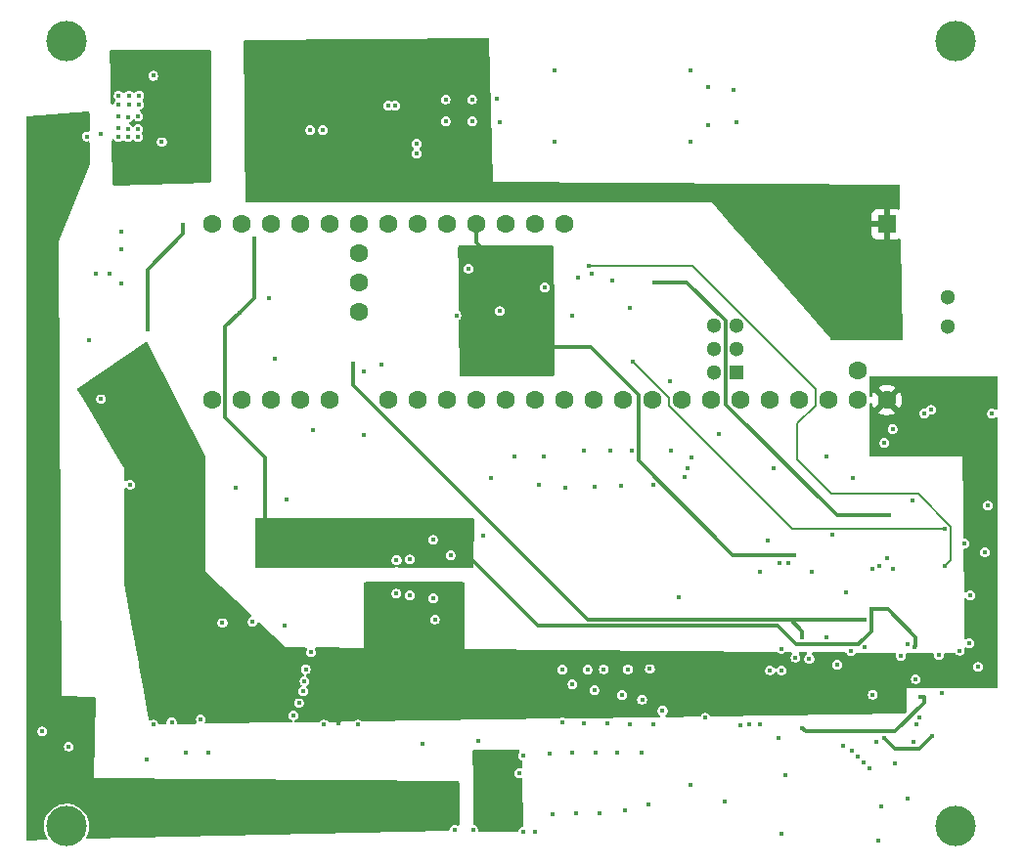
<source format=gbr>
%TF.GenerationSoftware,KiCad,Pcbnew,9.0.6*%
%TF.CreationDate,2026-02-08T19:57:16-05:00*%
%TF.ProjectId,main_board_v3,6d61696e-5f62-46f6-9172-645f76332e6b,rev?*%
%TF.SameCoordinates,Original*%
%TF.FileFunction,Copper,L3,Inr*%
%TF.FilePolarity,Positive*%
%FSLAX46Y46*%
G04 Gerber Fmt 4.6, Leading zero omitted, Abs format (unit mm)*
G04 Created by KiCad (PCBNEW 9.0.6) date 2026-02-08 19:57:16*
%MOMM*%
%LPD*%
G01*
G04 APERTURE LIST*
%TA.AperFunction,ComponentPad*%
%ADD10C,3.500000*%
%TD*%
%TA.AperFunction,ComponentPad*%
%ADD11R,1.600000X1.600000*%
%TD*%
%TA.AperFunction,ComponentPad*%
%ADD12C,1.600000*%
%TD*%
%TA.AperFunction,ComponentPad*%
%ADD13R,1.300000X1.300000*%
%TD*%
%TA.AperFunction,ComponentPad*%
%ADD14C,1.300000*%
%TD*%
%TA.AperFunction,ViaPad*%
%ADD15C,0.450000*%
%TD*%
%TA.AperFunction,Conductor*%
%ADD16C,0.300000*%
%TD*%
%TA.AperFunction,Conductor*%
%ADD17C,0.200000*%
%TD*%
G04 APERTURE END LIST*
D10*
%TO.N,N/C*%
%TO.C,H4*%
X132000000Y-85000000D03*
%TD*%
%TO.N,N/C*%
%TO.C,H3*%
X132000000Y-17000000D03*
%TD*%
%TO.N,N/C*%
%TO.C,H1*%
X55000000Y-17000000D03*
%TD*%
%TO.N,N/C*%
%TO.C,H2*%
X55000000Y-85000000D03*
%TD*%
D11*
%TO.N,GNDD*%
%TO.C,U1*%
X126000000Y-32860000D03*
D12*
%TO.N,!LDAC*%
X98060000Y-32860000D03*
%TO.N,MOSI1*%
X95520000Y-32860000D03*
%TO.N,MISO1*%
X92980000Y-32860000D03*
%TO.N,3V3_teensy*%
X90440000Y-32860000D03*
%TO.N,unconnected-(U1-24_A10_TX6_SCL2-Pad16)*%
X87900000Y-32860000D03*
%TO.N,unconnected-(U1-25_A11_RX6_SDA2-Pad17)*%
X85360000Y-32860000D03*
%TO.N,MOSI_ESP*%
X82820000Y-32860000D03*
%TO.N,SCLK_ESP*%
X80280000Y-32860000D03*
%TO.N,unconnected-(U1-28_RX7-Pad20)*%
X77740000Y-32860000D03*
%TO.N,unconnected-(U1-29_TX7-Pad21)*%
X75200000Y-32860000D03*
%TO.N,RESET_DAC*%
X72660000Y-32860000D03*
%TO.N,SYNC*%
X70120000Y-32860000D03*
%TO.N,LED_CONTROL*%
X67580000Y-32860000D03*
%TO.N,unconnected-(U1-33_MCLK2-Pad25)*%
X67580000Y-48100000D03*
%TO.N,Net-(U1-34_RX8)*%
X70120000Y-48100000D03*
%TO.N,Net-(U1-35_TX8)*%
X72660000Y-48100000D03*
%TO.N,CS_ESP*%
X75200000Y-48100000D03*
%TO.N,!CS_ADC*%
X77740000Y-48100000D03*
%TO.N,MISO_ESP*%
X82820000Y-48100000D03*
%TO.N,unconnected-(U1-40_A16-Pad32)*%
X85360000Y-48100000D03*
%TO.N,!ERROR*%
X87900000Y-48100000D03*
%TO.N,GNDD*%
X90440000Y-48100000D03*
%TO.N,SCLK1*%
X92980000Y-48100000D03*
%TO.N,D6_shift*%
X95520000Y-48100000D03*
%TO.N,D5_shift*%
X98060000Y-48100000D03*
%TO.N,D4_shift*%
X100600000Y-48100000D03*
%TO.N,D3_shift*%
X103140000Y-48100000D03*
%TO.N,SDA*%
X105680000Y-48100000D03*
%TO.N,SCL*%
X108220000Y-48100000D03*
%TO.N,D2_shift*%
X110760000Y-48100000D03*
%TO.N,D1_shift*%
X113300000Y-48100000D03*
%TO.N,CAND+*%
X115840000Y-48100000D03*
%TO.N,CAND-*%
X118380000Y-48100000D03*
%TO.N,3V3_to_buff*%
X120920000Y-48100000D03*
%TO.N,GNDA*%
X123460000Y-48100000D03*
%TO.N,5V*%
X126000000Y-48100000D03*
%TO.N,unconnected-(U1-VUSB-Pad49)*%
X123460000Y-45560000D03*
%TO.N,Net-(BT1-+)*%
X80280000Y-35400000D03*
%TO.N,unconnected-(U1-3V3-Pad51)*%
X80280000Y-37940000D03*
%TO.N,GNDD*%
X80280000Y-40480000D03*
D13*
%TO.N,RD+*%
X113030000Y-45661600D03*
D14*
%TO.N,unconnected-(U1-LED-Pad61)*%
X113030000Y-43661600D03*
%TO.N,TD-*%
X113030000Y-41661600D03*
%TO.N,TD+*%
X111030000Y-41661600D03*
%TO.N,GNDD*%
X111030000Y-43661600D03*
%TO.N,RD-*%
X111030000Y-45661600D03*
%TO.N,usb-*%
X131290000Y-41750000D03*
%TO.N,usb+*%
X131290000Y-39210000D03*
%TD*%
D15*
%TO.N,GNDA*%
X127800000Y-82600000D03*
X95550000Y-85500000D03*
X116600000Y-77400000D03*
X105400000Y-83100000D03*
X121250000Y-59775000D03*
X103600000Y-71400000D03*
X100100000Y-71440000D03*
X97100000Y-84000000D03*
X135124000Y-49250000D03*
X124800000Y-73600000D03*
X130514040Y-70178343D03*
X129250000Y-49250000D03*
X90600000Y-77600000D03*
X114100000Y-76200000D03*
X132321212Y-69789943D03*
X112000000Y-82900000D03*
X134500000Y-61250000D03*
X99100000Y-83900000D03*
X133250000Y-65000000D03*
X101500000Y-71400000D03*
X105500000Y-71390000D03*
X130750000Y-73500000D03*
X128800000Y-75600000D03*
X113300000Y-76300000D03*
X115000000Y-76200000D03*
X126700000Y-79600000D03*
X125800000Y-51800000D03*
X128301000Y-77700000D03*
X128511866Y-72259128D03*
X117200000Y-80600000D03*
X129834854Y-48932893D03*
X101100000Y-83900000D03*
X115900000Y-71500000D03*
X120750000Y-53000000D03*
X127250000Y-70250000D03*
X103300000Y-83600000D03*
X134750000Y-57250000D03*
X97925000Y-71425000D03*
X133900000Y-71200000D03*
X132750000Y-60500000D03*
%TO.N,2V5*%
X123100000Y-54800000D03*
X118700000Y-76500000D03*
X118700000Y-68600000D03*
X124075000Y-67100000D03*
X128900000Y-73825000D03*
X79800000Y-44900000D03*
%TO.N,5V_usb*%
X62000000Y-42000000D03*
X65100000Y-32900000D03*
%TO.N,5V*%
X61500000Y-44500000D03*
X134750000Y-58500000D03*
X68400000Y-75700000D03*
X129250000Y-47750000D03*
X133874000Y-47000000D03*
X130000000Y-71000000D03*
X88200000Y-65700000D03*
X86200000Y-64600000D03*
X132300000Y-71200000D03*
X133250000Y-62000000D03*
X59400000Y-51700000D03*
X134374000Y-48000000D03*
X56750000Y-47250000D03*
X88247968Y-63969908D03*
X78492280Y-76091874D03*
X125250000Y-52500000D03*
X127250002Y-71781670D03*
X81600000Y-64600000D03*
X134500000Y-62750000D03*
X128301000Y-70700000D03*
%TO.N,11.1V_battery*%
X93500000Y-82800000D03*
X92600000Y-78900000D03*
X93600000Y-78700000D03*
%TO.N,sg1+*%
X127776000Y-69250000D03*
X125500000Y-83250000D03*
%TO.N,sg2+*%
X110300000Y-75625000D03*
X116875000Y-69625000D03*
%TO.N,SDA_mag*%
X83565000Y-64855000D03*
%TO.N,SCL_mag*%
X84725000Y-65000000D03*
%TO.N,DN6*%
X76150000Y-69950000D03*
%TO.N,AN5*%
X105800000Y-76200000D03*
%TO.N,DN4*%
X75600000Y-72425000D03*
%TO.N,AN4*%
X103800000Y-76200000D03*
%TO.N,DN5*%
X75700000Y-71400000D03*
%TO.N,RX-*%
X85300000Y-26720300D03*
X90100000Y-23950000D03*
%TO.N,DN2*%
X75108732Y-74333732D03*
%TO.N,GP{slash}Int1*%
X66621232Y-75721232D03*
%TO.N,Net-(BT1-+)*%
X80700000Y-51100000D03*
X91100000Y-59800000D03*
X80700000Y-45600000D03*
%TO.N,AN10*%
X96800000Y-78700000D03*
%TO.N,RX+*%
X85300000Y-25879700D03*
X87825000Y-23950000D03*
%TO.N,AN2*%
X99800000Y-76100000D03*
%TO.N,PGND*%
X60365000Y-23591000D03*
X57575000Y-37150000D03*
X73000000Y-44500000D03*
X59750000Y-33500000D03*
X62500000Y-20000000D03*
X61200000Y-23500000D03*
X88600000Y-85300000D03*
X58000000Y-25000000D03*
X59750000Y-38000000D03*
X60300000Y-25300000D03*
X58725000Y-37150000D03*
X61300000Y-21700000D03*
X59500000Y-25300000D03*
X59500000Y-24500000D03*
X60400000Y-21700000D03*
X61200000Y-24600000D03*
X52900000Y-76800000D03*
X72500000Y-39250000D03*
X61300000Y-22500000D03*
X59500000Y-21700000D03*
X58000000Y-48000000D03*
X56750000Y-25250000D03*
X59500000Y-23500000D03*
X56934616Y-42890000D03*
X59750000Y-35000000D03*
X60400000Y-22500000D03*
X63250000Y-25750000D03*
X59500000Y-22500000D03*
X55200000Y-78100000D03*
X61200000Y-25300000D03*
X60300000Y-24600000D03*
%TO.N,AN3*%
X101800000Y-76100000D03*
%TO.N,DN1*%
X74645382Y-75387082D03*
%TO.N,usb-*%
X76100000Y-24700000D03*
%TO.N,AN1*%
X97900000Y-76000000D03*
%TO.N,TX-*%
X87825000Y-22050000D03*
X83470300Y-22590708D03*
%TO.N,sg_sense_1_FL*%
X125250000Y-86250000D03*
X116900000Y-85625000D03*
%TO.N,AN6*%
X104800000Y-78600000D03*
%TO.N,TX+*%
X82829700Y-22590708D03*
X90100000Y-22050000D03*
%TO.N,DN3*%
X75500000Y-73325000D03*
%TO.N,usb+*%
X77200000Y-24700000D03*
%TO.N,sg_sense_2_FR*%
X109000000Y-81400000D03*
%TO.N,AN7*%
X102700000Y-78600000D03*
%TO.N,AN8*%
X100800000Y-78600000D03*
%TO.N,GP{slash}Int2*%
X64100000Y-76000000D03*
%TO.N,3V3_teensy*%
X92539861Y-39564806D03*
X118005087Y-61547984D03*
X90000000Y-39500000D03*
X92455000Y-36250000D03*
%TO.N,AN9*%
X98800000Y-78600000D03*
%TO.N,CAN-*%
X117491700Y-62208300D03*
%TO.N,CAN+*%
X116733352Y-62233352D03*
%TO.N,GNDD*%
X113000000Y-24000000D03*
X84100000Y-18200000D03*
X121700000Y-71000000D03*
X120800000Y-68600000D03*
X112750000Y-21250000D03*
X118100000Y-70400000D03*
X88250000Y-61520000D03*
X92250000Y-22000000D03*
X79900000Y-18600000D03*
X77964113Y-22760524D03*
X77400000Y-18600000D03*
X77400000Y-22500000D03*
X67300000Y-78600000D03*
X93800000Y-53000000D03*
X116200000Y-54000000D03*
X110500000Y-21000000D03*
X77300000Y-76200000D03*
X115000000Y-63000000D03*
X80200000Y-76200000D03*
X92500000Y-24000000D03*
X85800000Y-77900000D03*
X99250000Y-37500000D03*
X86900000Y-67100000D03*
X65300000Y-78600000D03*
X103900000Y-52475000D03*
X60500000Y-55400000D03*
X99800000Y-52475000D03*
X100481112Y-37107529D03*
X115735000Y-60250000D03*
X119300000Y-70500000D03*
X116900000Y-71500000D03*
X92500000Y-40400000D03*
X82000000Y-22800000D03*
X62500000Y-76200000D03*
X96396069Y-38318859D03*
X108000000Y-65200000D03*
X82200000Y-24100000D03*
X110500000Y-24250000D03*
X91000000Y-23000000D03*
X107300000Y-52475000D03*
X96300000Y-53000000D03*
X86720000Y-60200000D03*
X79285749Y-24078623D03*
X119500000Y-63000000D03*
X75200000Y-19300000D03*
X88750000Y-40750000D03*
X122922742Y-69863044D03*
X82400000Y-18600000D03*
X102100000Y-52475000D03*
X61900000Y-79200000D03*
X80693830Y-22653727D03*
%TO.N,B-*%
X90200000Y-85300000D03*
X94500000Y-78900000D03*
X94550000Y-85500000D03*
%TO.N,5V_buck*%
X65750000Y-26000000D03*
X63624061Y-23503097D03*
X59750000Y-19750000D03*
X63250000Y-28750000D03*
%TO.N,5V_ref*%
X94200000Y-80400000D03*
%TO.N,A1_nyq*%
X98800000Y-72700000D03*
%TO.N,Net-(T1-TCT)*%
X109000000Y-19500000D03*
%TO.N,Net-(T1-RCT)*%
X109000000Y-25750000D03*
%TO.N,A2_nyq*%
X100700000Y-73225000D03*
%TO.N,A3_nyq*%
X103100000Y-73626000D03*
%TO.N,A4_nyq*%
X104824000Y-74027000D03*
%TO.N,A5_nyq*%
X106600000Y-75000000D03*
%TO.N,11.1V*%
X53200000Y-74100000D03*
X54200000Y-74800000D03*
X85600000Y-82800000D03*
X55500000Y-24000000D03*
%TO.N,A6_nyq*%
X122250000Y-78000000D03*
%TO.N,A7_nyq*%
X123000000Y-78500000D03*
%TO.N,A8_nyq*%
X123475000Y-79000000D03*
%TO.N,A9_nyq*%
X124000000Y-79500000D03*
%TO.N,A10_nyq*%
X124525000Y-79997449D03*
%TO.N,!ERROR*%
X122500000Y-64750000D03*
X108750000Y-54000000D03*
%TO.N,D6_shift*%
X91700000Y-54800000D03*
%TO.N,SDA*%
X83570000Y-61950000D03*
%TO.N,SCL*%
X84725000Y-61900000D03*
%TO.N,D1_shift*%
X105786119Y-55413881D03*
%TO.N,D2_shift*%
X103000000Y-55500000D03*
%TO.N,sg1-*%
X126500000Y-62750000D03*
X133149173Y-69139173D03*
%TO.N,sg2-*%
X126500000Y-50600000D03*
X128250000Y-56750000D03*
%TO.N,D3_shift*%
X100700000Y-55600000D03*
%TO.N,Net-(T1-RXCT)*%
X97250000Y-25750000D03*
%TO.N,Net-(T1-TXCT)*%
X97250000Y-19500000D03*
%TO.N,D4_shift*%
X98200000Y-55700000D03*
%TO.N,D5_shift*%
X95900000Y-55400000D03*
%TO.N,Net-(IC9-EN)*%
X86760000Y-65260000D03*
%TO.N,MISO_ESP*%
X74030000Y-56661600D03*
%TO.N,MOSI_ESP*%
X76300000Y-50700000D03*
%TO.N,MISO1*%
X126000000Y-61750000D03*
X107250000Y-46500000D03*
%TO.N,MOSI1*%
X125336861Y-62470542D03*
X111500000Y-51000000D03*
X102228768Y-37771232D03*
%TO.N,SCLK1*%
X124750000Y-62750000D03*
X109071232Y-53071232D03*
%TO.N,bias_A*%
X100250000Y-36500000D03*
X131000000Y-62500000D03*
%TO.N,2V5_ref*%
X105900000Y-37900000D03*
X126200000Y-58100000D03*
X129900000Y-77200000D03*
X125800000Y-77400000D03*
%TO.N,!CS_ADC*%
X82250000Y-45000000D03*
X108500000Y-54750000D03*
X124075000Y-69500000D03*
%TO.N,bias_B*%
X98750000Y-40750000D03*
X131000000Y-59250000D03*
X104000000Y-44750000D03*
%TO.N,!LDAC*%
X103800000Y-40100000D03*
%TO.N,3V3_esp*%
X71271000Y-34100000D03*
X122400000Y-69200000D03*
X82220000Y-61950000D03*
X128586792Y-76214040D03*
X70000000Y-40500000D03*
X85470000Y-61700000D03*
X72200000Y-59500000D03*
X124647000Y-66200000D03*
X88100000Y-59800000D03*
X128374126Y-69504449D03*
X86100000Y-59000000D03*
%TO.N,Net-(U5-GPIO21{slash}D6{slash}TX)*%
X73900000Y-67600000D03*
%TO.N,Net-(U5-GPIO20{slash}D7{slash}RX)*%
X69605000Y-55700000D03*
%TO.N,Net-(U5-GPIO6{slash}D4{slash}SDA)*%
X68500000Y-67400000D03*
%TO.N,Net-(U5-GPIO7{slash}D5{slash}SCL)*%
X71100000Y-67300000D03*
%TO.N,Net-(IC6-AIN14)*%
X125075000Y-77700000D03*
%TO.N,RESET_DAC*%
X89800000Y-36700000D03*
%TD*%
D16*
%TO.N,2V5*%
X79800000Y-44900000D02*
X79800000Y-46800000D01*
X116700000Y-67100000D02*
X124075000Y-67100000D01*
X119000000Y-76800000D02*
X118700000Y-76500000D01*
X118700000Y-68600000D02*
X118700000Y-68100000D01*
X100100000Y-67100000D02*
X116700000Y-67100000D01*
X126700000Y-76800000D02*
X119000000Y-76800000D01*
X118700000Y-68100000D02*
X117700000Y-67100000D01*
X129225000Y-73825000D02*
X129225000Y-74275000D01*
X117700000Y-67100000D02*
X116700000Y-67100000D01*
X129225000Y-74275000D02*
X126700000Y-76800000D01*
X128900000Y-73825000D02*
X129225000Y-73825000D01*
X79800000Y-46800000D02*
X100100000Y-67100000D01*
%TO.N,5V_usb*%
X65100000Y-33712240D02*
X62000000Y-36812240D01*
X65100000Y-32900000D02*
X65100000Y-33712240D01*
X62000000Y-36812240D02*
X62000000Y-42000000D01*
%TO.N,3V3_teensy*%
X118005087Y-61547984D02*
X117957103Y-61500000D01*
X100400000Y-43500000D02*
X96700000Y-43500000D01*
X90440000Y-32860000D02*
X90440000Y-34440000D01*
X104529000Y-47629000D02*
X100400000Y-43500000D01*
X112685412Y-61500000D02*
X104529000Y-53343588D01*
X117957103Y-61500000D02*
X112685412Y-61500000D01*
X90440000Y-33540000D02*
X90440000Y-32860000D01*
X90440000Y-34440000D02*
X91300000Y-35300000D01*
X104529000Y-53343588D02*
X104529000Y-47629000D01*
D17*
%TO.N,bias_A*%
X121224000Y-56224000D02*
X128717877Y-56224000D01*
X131526000Y-59032123D02*
X131526000Y-61974000D01*
X118250000Y-50138000D02*
X118250000Y-53250000D01*
X119819000Y-48569000D02*
X118250000Y-50138000D01*
X119819000Y-47105682D02*
X119819000Y-48569000D01*
X131526000Y-61974000D02*
X131000000Y-62500000D01*
X100250000Y-36500000D02*
X109213318Y-36500000D01*
X109213318Y-36500000D02*
X119819000Y-47105682D01*
X128717877Y-56224000D02*
X131526000Y-59032123D01*
X118250000Y-53250000D02*
X121224000Y-56224000D01*
D16*
%TO.N,2V5_ref*%
X108684028Y-37900000D02*
X112030000Y-41245972D01*
X126676000Y-78276000D02*
X128824000Y-78276000D01*
X121672240Y-58100000D02*
X126200000Y-58100000D01*
X105900000Y-37900000D02*
X108684028Y-37900000D01*
X112030000Y-41245972D02*
X112030000Y-48457760D01*
X112030000Y-48457760D02*
X121672240Y-58100000D01*
X128824000Y-78276000D02*
X129900000Y-77200000D01*
X125800000Y-77400000D02*
X126676000Y-78276000D01*
D17*
%TO.N,bias_B*%
X104000000Y-44750000D02*
X107119000Y-47869000D01*
X117812950Y-59250000D02*
X131000000Y-59250000D01*
X107119000Y-48556050D02*
X117812950Y-59250000D01*
X107119000Y-47869000D02*
X107119000Y-48556050D01*
D16*
%TO.N,3V3_esp*%
X124651000Y-66204000D02*
X124647000Y-66200000D01*
X89300000Y-61100000D02*
X89200000Y-61100000D01*
X95800000Y-67600000D02*
X116548000Y-67600000D01*
X118148000Y-69200000D02*
X122400000Y-69200000D01*
X71271000Y-34100000D02*
X71271000Y-39229000D01*
X116548000Y-67600000D02*
X118148000Y-69200000D01*
X122400000Y-69200000D02*
X123560412Y-69200000D01*
X68750000Y-41750000D02*
X68750000Y-48250000D01*
X72200000Y-58500000D02*
X72300000Y-58600000D01*
X123836412Y-68924000D02*
X123876000Y-68924000D01*
X72200000Y-53100000D02*
X72200000Y-57200000D01*
X128500000Y-68600000D02*
X128500000Y-69200000D01*
X68731000Y-48269000D02*
X68731000Y-49631000D01*
X123876000Y-68924000D02*
X124651000Y-68149000D01*
X124647000Y-66200000D02*
X126100000Y-66200000D01*
X71271000Y-39229000D02*
X70000000Y-40500000D01*
X70000000Y-40500000D02*
X68750000Y-41750000D01*
X126100000Y-66200000D02*
X128500000Y-68600000D01*
X68750000Y-48250000D02*
X68731000Y-48269000D01*
X95800000Y-67600000D02*
X89300000Y-61100000D01*
X128500000Y-69378575D02*
X128374126Y-69504449D01*
X123560412Y-69200000D02*
X123836412Y-68924000D01*
X124651000Y-68149000D02*
X124651000Y-66204000D01*
X68731000Y-49631000D02*
X72200000Y-53100000D01*
X128500000Y-69200000D02*
X128500000Y-69378575D01*
X72200000Y-57200000D02*
X72200000Y-58500000D01*
%TD*%
%TA.AperFunction,Conductor*%
%TO.N,11.1V_battery*%
G36*
X94165929Y-78419685D02*
G01*
X94211684Y-78472489D01*
X94221628Y-78541647D01*
X94192603Y-78605203D01*
X94186571Y-78611681D01*
X94159517Y-78638734D01*
X94159513Y-78638740D01*
X94103498Y-78735760D01*
X94103497Y-78735763D01*
X94074500Y-78843982D01*
X94074500Y-78956018D01*
X94103497Y-79064237D01*
X94159515Y-79161263D01*
X94238737Y-79240485D01*
X94335763Y-79296503D01*
X94372531Y-79306355D01*
X94432191Y-79342717D01*
X94462722Y-79405564D01*
X94464427Y-79424383D01*
X94470685Y-79868677D01*
X94451946Y-79935987D01*
X94399792Y-79982481D01*
X94330780Y-79993397D01*
X94314604Y-79990198D01*
X94256018Y-79974500D01*
X94143982Y-79974500D01*
X94035763Y-80003497D01*
X94035760Y-80003498D01*
X93938740Y-80059513D01*
X93938734Y-80059517D01*
X93859517Y-80138734D01*
X93859513Y-80138740D01*
X93803498Y-80235760D01*
X93803497Y-80235763D01*
X93774500Y-80343982D01*
X93774500Y-80456018D01*
X93803497Y-80564237D01*
X93859515Y-80661263D01*
X93938737Y-80740485D01*
X94035763Y-80796503D01*
X94143982Y-80825500D01*
X94143984Y-80825500D01*
X94256015Y-80825500D01*
X94256018Y-80825500D01*
X94329468Y-80805819D01*
X94399315Y-80807482D01*
X94457178Y-80846644D01*
X94484682Y-80910872D01*
X94485547Y-80923848D01*
X94542459Y-84964613D01*
X94523720Y-85031923D01*
X94471566Y-85078417D01*
X94450566Y-85086133D01*
X94385763Y-85103497D01*
X94385760Y-85103498D01*
X94288740Y-85159513D01*
X94288734Y-85159517D01*
X94209517Y-85238734D01*
X94209513Y-85238740D01*
X94153498Y-85335760D01*
X94153497Y-85335763D01*
X94134115Y-85408094D01*
X94097752Y-85467754D01*
X94034906Y-85498283D01*
X94014342Y-85500000D01*
X90747939Y-85500000D01*
X90680900Y-85480315D01*
X90635145Y-85427511D01*
X90625649Y-85364145D01*
X90625500Y-85364145D01*
X90625500Y-85363148D01*
X90625000Y-85359812D01*
X90625498Y-85356021D01*
X90625500Y-85356018D01*
X90625500Y-85243982D01*
X90596503Y-85135763D01*
X90540485Y-85038737D01*
X90461263Y-84959515D01*
X90364239Y-84903498D01*
X90364238Y-84903497D01*
X90349636Y-84899584D01*
X90331706Y-84894780D01*
X90272047Y-84858415D01*
X90241518Y-84795568D01*
X90239813Y-84776752D01*
X90183753Y-80796502D01*
X90151771Y-78525745D01*
X90170510Y-78458436D01*
X90222664Y-78411942D01*
X90275759Y-78400000D01*
X94098890Y-78400000D01*
X94165929Y-78419685D01*
G37*
%TD.AperFunction*%
%TD*%
%TA.AperFunction,Conductor*%
%TO.N,11.1V*%
G36*
X56935296Y-23124442D02*
G01*
X56984761Y-23173788D01*
X57000000Y-23233345D01*
X57000000Y-24714877D01*
X56980315Y-24781916D01*
X56927511Y-24827671D01*
X56858353Y-24837615D01*
X56843908Y-24834652D01*
X56806019Y-24824500D01*
X56806018Y-24824500D01*
X56693982Y-24824500D01*
X56585763Y-24853497D01*
X56585760Y-24853498D01*
X56488740Y-24909513D01*
X56488734Y-24909517D01*
X56409517Y-24988734D01*
X56409513Y-24988740D01*
X56353498Y-25085760D01*
X56353497Y-25085763D01*
X56324500Y-25193982D01*
X56324500Y-25306018D01*
X56353497Y-25414237D01*
X56409515Y-25511263D01*
X56488737Y-25590485D01*
X56585763Y-25646503D01*
X56693982Y-25675500D01*
X56693984Y-25675500D01*
X56806015Y-25675500D01*
X56806018Y-25675500D01*
X56843909Y-25665347D01*
X56913756Y-25667010D01*
X56971618Y-25706172D01*
X56999123Y-25770400D01*
X57000000Y-25785122D01*
X57000000Y-27576120D01*
X56991131Y-27622172D01*
X54300000Y-34349996D01*
X54300000Y-34350000D01*
X54600000Y-73700000D01*
X57378550Y-73795812D01*
X57444872Y-73817795D01*
X57488780Y-73872144D01*
X57498264Y-73921509D01*
X57399999Y-80799999D01*
X57400000Y-80800000D01*
X88877180Y-81098833D01*
X88944027Y-81119153D01*
X88989278Y-81172389D01*
X89000000Y-81222827D01*
X89000000Y-84824840D01*
X88980315Y-84891879D01*
X88927511Y-84937634D01*
X88858353Y-84947578D01*
X88814001Y-84932228D01*
X88764237Y-84903497D01*
X88656018Y-84874500D01*
X88543982Y-84874500D01*
X88435763Y-84903497D01*
X88435760Y-84903498D01*
X88338740Y-84959513D01*
X88338734Y-84959517D01*
X88259517Y-85038734D01*
X88259513Y-85038740D01*
X88203498Y-85135760D01*
X88203497Y-85135763D01*
X88174500Y-85243982D01*
X88174500Y-85248751D01*
X88154815Y-85315790D01*
X88102011Y-85361545D01*
X88053475Y-85372715D01*
X56822028Y-86122270D01*
X56754536Y-86104200D01*
X56707527Y-86052509D01*
X56695927Y-85983609D01*
X56711665Y-85936308D01*
X56753104Y-85864535D01*
X56850950Y-85628313D01*
X56917126Y-85381340D01*
X56950500Y-85127843D01*
X56950500Y-84872157D01*
X56917126Y-84618660D01*
X56850950Y-84371687D01*
X56753104Y-84135465D01*
X56753102Y-84135462D01*
X56753100Y-84135457D01*
X56625265Y-83914042D01*
X56625261Y-83914035D01*
X56469610Y-83711187D01*
X56469605Y-83711181D01*
X56288818Y-83530394D01*
X56288811Y-83530388D01*
X56085973Y-83374745D01*
X56085971Y-83374743D01*
X56085965Y-83374739D01*
X56085960Y-83374736D01*
X56085957Y-83374734D01*
X55864542Y-83246899D01*
X55864531Y-83246894D01*
X55628322Y-83149053D01*
X55628315Y-83149051D01*
X55628313Y-83149050D01*
X55381340Y-83082874D01*
X55325007Y-83075457D01*
X55127850Y-83049500D01*
X55127843Y-83049500D01*
X54872157Y-83049500D01*
X54872149Y-83049500D01*
X54646826Y-83079165D01*
X54618660Y-83082874D01*
X54371687Y-83149050D01*
X54371677Y-83149053D01*
X54135468Y-83246894D01*
X54135457Y-83246899D01*
X53914042Y-83374734D01*
X53914026Y-83374745D01*
X53711188Y-83530388D01*
X53711181Y-83530394D01*
X53530394Y-83711181D01*
X53530388Y-83711188D01*
X53374745Y-83914026D01*
X53374734Y-83914042D01*
X53246899Y-84135457D01*
X53246894Y-84135468D01*
X53149053Y-84371677D01*
X53149050Y-84371687D01*
X53082874Y-84618661D01*
X53049500Y-84872149D01*
X53049500Y-85127850D01*
X53064790Y-85243982D01*
X53082874Y-85381340D01*
X53131084Y-85561263D01*
X53149050Y-85628312D01*
X53149053Y-85628322D01*
X53246894Y-85864531D01*
X53246899Y-85864542D01*
X53338055Y-86022427D01*
X53354528Y-86090327D01*
X53331676Y-86156354D01*
X53276754Y-86199544D01*
X53233643Y-86208391D01*
X51626975Y-86246952D01*
X51559483Y-86228882D01*
X51512474Y-86177191D01*
X51500000Y-86122988D01*
X51500000Y-78043982D01*
X54774500Y-78043982D01*
X54774500Y-78156018D01*
X54803497Y-78264237D01*
X54859515Y-78361263D01*
X54938737Y-78440485D01*
X55035763Y-78496503D01*
X55143982Y-78525500D01*
X55143984Y-78525500D01*
X55256016Y-78525500D01*
X55256018Y-78525500D01*
X55364237Y-78496503D01*
X55461263Y-78440485D01*
X55540485Y-78361263D01*
X55596503Y-78264237D01*
X55625500Y-78156018D01*
X55625500Y-78043982D01*
X55596503Y-77935763D01*
X55540485Y-77838737D01*
X55461263Y-77759515D01*
X55364237Y-77703497D01*
X55256018Y-77674500D01*
X55143982Y-77674500D01*
X55035763Y-77703497D01*
X55035760Y-77703498D01*
X54938740Y-77759513D01*
X54938734Y-77759517D01*
X54859517Y-77838734D01*
X54859513Y-77838740D01*
X54803498Y-77935760D01*
X54803497Y-77935763D01*
X54774500Y-78043982D01*
X51500000Y-78043982D01*
X51500000Y-76743982D01*
X52474500Y-76743982D01*
X52474500Y-76856018D01*
X52503497Y-76964237D01*
X52559515Y-77061263D01*
X52638737Y-77140485D01*
X52735763Y-77196503D01*
X52843982Y-77225500D01*
X52843984Y-77225500D01*
X52956016Y-77225500D01*
X52956018Y-77225500D01*
X53064237Y-77196503D01*
X53161263Y-77140485D01*
X53240485Y-77061263D01*
X53296503Y-76964237D01*
X53325500Y-76856018D01*
X53325500Y-76743982D01*
X53296503Y-76635763D01*
X53240485Y-76538737D01*
X53161263Y-76459515D01*
X53064237Y-76403497D01*
X52956018Y-76374500D01*
X52843982Y-76374500D01*
X52735763Y-76403497D01*
X52735760Y-76403498D01*
X52638740Y-76459513D01*
X52638734Y-76459517D01*
X52559517Y-76538734D01*
X52559513Y-76538740D01*
X52503498Y-76635760D01*
X52503497Y-76635763D01*
X52474500Y-76743982D01*
X51500000Y-76743982D01*
X51500000Y-23615308D01*
X51519685Y-23548269D01*
X51572489Y-23502514D01*
X51615000Y-23491636D01*
X56867007Y-23109672D01*
X56935296Y-23124442D01*
G37*
%TD.AperFunction*%
%TD*%
%TA.AperFunction,Conductor*%
%TO.N,5V*%
G36*
X133250000Y-53000000D02*
G01*
X124624000Y-53000000D01*
X124556961Y-52980315D01*
X124511206Y-52927511D01*
X124500000Y-52876000D01*
X124500000Y-51743982D01*
X125374500Y-51743982D01*
X125374500Y-51856018D01*
X125403497Y-51964237D01*
X125459515Y-52061263D01*
X125538737Y-52140485D01*
X125635763Y-52196503D01*
X125743982Y-52225500D01*
X125743984Y-52225500D01*
X125856016Y-52225500D01*
X125856018Y-52225500D01*
X125964237Y-52196503D01*
X126061263Y-52140485D01*
X126140485Y-52061263D01*
X126196503Y-51964237D01*
X126225500Y-51856018D01*
X126225500Y-51743982D01*
X126196503Y-51635763D01*
X126140485Y-51538737D01*
X126061263Y-51459515D01*
X125964237Y-51403497D01*
X125856018Y-51374500D01*
X125743982Y-51374500D01*
X125635763Y-51403497D01*
X125635760Y-51403498D01*
X125538740Y-51459513D01*
X125538734Y-51459517D01*
X125459517Y-51538734D01*
X125459513Y-51538740D01*
X125403498Y-51635760D01*
X125403497Y-51635763D01*
X125374500Y-51743982D01*
X124500000Y-51743982D01*
X124500000Y-50543982D01*
X126074500Y-50543982D01*
X126074500Y-50656018D01*
X126103497Y-50764237D01*
X126159515Y-50861263D01*
X126238737Y-50940485D01*
X126335763Y-50996503D01*
X126443982Y-51025500D01*
X126443984Y-51025500D01*
X126556016Y-51025500D01*
X126556018Y-51025500D01*
X126664237Y-50996503D01*
X126761263Y-50940485D01*
X126840485Y-50861263D01*
X126896503Y-50764237D01*
X126925500Y-50656018D01*
X126925500Y-50543982D01*
X126896503Y-50435763D01*
X126840485Y-50338737D01*
X126761263Y-50259515D01*
X126664237Y-50203497D01*
X126556018Y-50174500D01*
X126443982Y-50174500D01*
X126335763Y-50203497D01*
X126335760Y-50203498D01*
X126238740Y-50259513D01*
X126238734Y-50259517D01*
X126159517Y-50338734D01*
X126159513Y-50338740D01*
X126103498Y-50435760D01*
X126103497Y-50435763D01*
X126074500Y-50543982D01*
X124500000Y-50543982D01*
X124500000Y-48473269D01*
X124519685Y-48406230D01*
X124572489Y-48360475D01*
X124641647Y-48350531D01*
X124705203Y-48379556D01*
X124741931Y-48434950D01*
X124795244Y-48599031D01*
X124888141Y-48781350D01*
X124888147Y-48781359D01*
X124920523Y-48825921D01*
X124920524Y-48825922D01*
X125476212Y-48270234D01*
X125487482Y-48312292D01*
X125559890Y-48437708D01*
X125662292Y-48540110D01*
X125787708Y-48612518D01*
X125829765Y-48623787D01*
X125274076Y-49179474D01*
X125318650Y-49211859D01*
X125500968Y-49304755D01*
X125695582Y-49367990D01*
X125897683Y-49400000D01*
X126102317Y-49400000D01*
X126304417Y-49367990D01*
X126499031Y-49304755D01*
X126681349Y-49211859D01*
X126705954Y-49193982D01*
X128824500Y-49193982D01*
X128824500Y-49306018D01*
X128849683Y-49400000D01*
X128853497Y-49414236D01*
X128853498Y-49414239D01*
X128872169Y-49446579D01*
X128909515Y-49511263D01*
X128988737Y-49590485D01*
X129085763Y-49646503D01*
X129193982Y-49675500D01*
X129193984Y-49675500D01*
X129306016Y-49675500D01*
X129306018Y-49675500D01*
X129414237Y-49646503D01*
X129511263Y-49590485D01*
X129590485Y-49511263D01*
X129644580Y-49417566D01*
X129695147Y-49369352D01*
X129763754Y-49356128D01*
X129770771Y-49357394D01*
X129770780Y-49357332D01*
X129778834Y-49358392D01*
X129778836Y-49358393D01*
X129778838Y-49358393D01*
X129890870Y-49358393D01*
X129890872Y-49358393D01*
X129999091Y-49329396D01*
X130096117Y-49273378D01*
X130175339Y-49194156D01*
X130231357Y-49097130D01*
X130260354Y-48988911D01*
X130260354Y-48876875D01*
X130231357Y-48768656D01*
X130175339Y-48671630D01*
X130096117Y-48592408D01*
X129999091Y-48536390D01*
X129890872Y-48507393D01*
X129778836Y-48507393D01*
X129670617Y-48536390D01*
X129670614Y-48536391D01*
X129573594Y-48592406D01*
X129573588Y-48592410D01*
X129494371Y-48671627D01*
X129494369Y-48671630D01*
X129440273Y-48765326D01*
X129389705Y-48813541D01*
X129321098Y-48826763D01*
X129314082Y-48825497D01*
X129314074Y-48825561D01*
X129306019Y-48824500D01*
X129306018Y-48824500D01*
X129193982Y-48824500D01*
X129085763Y-48853497D01*
X129085760Y-48853498D01*
X128988740Y-48909513D01*
X128988734Y-48909517D01*
X128909517Y-48988734D01*
X128909513Y-48988740D01*
X128853498Y-49085760D01*
X128853497Y-49085763D01*
X128824500Y-49193982D01*
X126705954Y-49193982D01*
X126725921Y-49179475D01*
X126725921Y-49179473D01*
X126170234Y-48623787D01*
X126212292Y-48612518D01*
X126337708Y-48540110D01*
X126440110Y-48437708D01*
X126512518Y-48312292D01*
X126523787Y-48270235D01*
X127079474Y-48825922D01*
X127079474Y-48825921D01*
X127111859Y-48781349D01*
X127204755Y-48599031D01*
X127267990Y-48404417D01*
X127300000Y-48202317D01*
X127300000Y-47997682D01*
X127267990Y-47795582D01*
X127204755Y-47600968D01*
X127111859Y-47418650D01*
X127079474Y-47374077D01*
X127079474Y-47374076D01*
X126523787Y-47929764D01*
X126512518Y-47887708D01*
X126440110Y-47762292D01*
X126337708Y-47659890D01*
X126212292Y-47587482D01*
X126170233Y-47576212D01*
X126725922Y-47020524D01*
X126725921Y-47020523D01*
X126681359Y-46988147D01*
X126681350Y-46988141D01*
X126499031Y-46895244D01*
X126304417Y-46832009D01*
X126102317Y-46800000D01*
X125897683Y-46800000D01*
X125695582Y-46832009D01*
X125500968Y-46895244D01*
X125318644Y-46988143D01*
X125274077Y-47020523D01*
X125274077Y-47020524D01*
X125829766Y-47576212D01*
X125787708Y-47587482D01*
X125662292Y-47659890D01*
X125559890Y-47762292D01*
X125487482Y-47887708D01*
X125476212Y-47929765D01*
X124920524Y-47374077D01*
X124920523Y-47374077D01*
X124888143Y-47418644D01*
X124795244Y-47600968D01*
X124741931Y-47765049D01*
X124702493Y-47822724D01*
X124638134Y-47849922D01*
X124569288Y-47838007D01*
X124517812Y-47790763D01*
X124500000Y-47726730D01*
X124500000Y-46124000D01*
X124519685Y-46056961D01*
X124572489Y-46011206D01*
X124624000Y-46000000D01*
X133000000Y-46000000D01*
X133250000Y-53000000D01*
G37*
%TD.AperFunction*%
%TD*%
%TA.AperFunction,Conductor*%
%TO.N,3V3_esp*%
G36*
X90240122Y-58319685D02*
G01*
X90285877Y-58372489D01*
X90297049Y-58426883D01*
X90204824Y-62392590D01*
X90202817Y-62478883D01*
X90181580Y-62545447D01*
X90127726Y-62589961D01*
X90078851Y-62600000D01*
X83730045Y-62600000D01*
X83663006Y-62580315D01*
X83617251Y-62527511D01*
X83607307Y-62458353D01*
X83636332Y-62394797D01*
X83695110Y-62357023D01*
X83697915Y-62356235D01*
X83734237Y-62346503D01*
X83831263Y-62290485D01*
X83910485Y-62211263D01*
X83966503Y-62114237D01*
X83995500Y-62006018D01*
X83995500Y-61893982D01*
X83982103Y-61843982D01*
X84299500Y-61843982D01*
X84299500Y-61956018D01*
X84328497Y-62064237D01*
X84384515Y-62161263D01*
X84463737Y-62240485D01*
X84560763Y-62296503D01*
X84668982Y-62325500D01*
X84668984Y-62325500D01*
X84781016Y-62325500D01*
X84781018Y-62325500D01*
X84889237Y-62296503D01*
X84986263Y-62240485D01*
X85065485Y-62161263D01*
X85121503Y-62064237D01*
X85150500Y-61956018D01*
X85150500Y-61843982D01*
X85121503Y-61735763D01*
X85065485Y-61638737D01*
X84986263Y-61559515D01*
X84975841Y-61553498D01*
X84889239Y-61503498D01*
X84889238Y-61503497D01*
X84889237Y-61503497D01*
X84781018Y-61474500D01*
X84668982Y-61474500D01*
X84560763Y-61503497D01*
X84560760Y-61503498D01*
X84463740Y-61559513D01*
X84463734Y-61559517D01*
X84384517Y-61638734D01*
X84384513Y-61638740D01*
X84328498Y-61735760D01*
X84328497Y-61735763D01*
X84299500Y-61843982D01*
X83982103Y-61843982D01*
X83966503Y-61785763D01*
X83910485Y-61688737D01*
X83831263Y-61609515D01*
X83744664Y-61559517D01*
X83734239Y-61553498D01*
X83734238Y-61553497D01*
X83734237Y-61553497D01*
X83626018Y-61524500D01*
X83513982Y-61524500D01*
X83405763Y-61553497D01*
X83405760Y-61553498D01*
X83308740Y-61609513D01*
X83308734Y-61609517D01*
X83229517Y-61688734D01*
X83229513Y-61688740D01*
X83173498Y-61785760D01*
X83173497Y-61785763D01*
X83144500Y-61893982D01*
X83144500Y-62006018D01*
X83173497Y-62114237D01*
X83229515Y-62211263D01*
X83308737Y-62290485D01*
X83405763Y-62346503D01*
X83442049Y-62356225D01*
X83501709Y-62392590D01*
X83532238Y-62455437D01*
X83523943Y-62524812D01*
X83479458Y-62578690D01*
X83412906Y-62599965D01*
X83409955Y-62600000D01*
X71424000Y-62600000D01*
X71356961Y-62580315D01*
X71311206Y-62527511D01*
X71300000Y-62476000D01*
X71300000Y-61463982D01*
X87824500Y-61463982D01*
X87824500Y-61576018D01*
X87853497Y-61684237D01*
X87909515Y-61781263D01*
X87988737Y-61860485D01*
X88085763Y-61916503D01*
X88193982Y-61945500D01*
X88193984Y-61945500D01*
X88306016Y-61945500D01*
X88306018Y-61945500D01*
X88414237Y-61916503D01*
X88511263Y-61860485D01*
X88590485Y-61781263D01*
X88646503Y-61684237D01*
X88675500Y-61576018D01*
X88675500Y-61463982D01*
X88646503Y-61355763D01*
X88590485Y-61258737D01*
X88511263Y-61179515D01*
X88414237Y-61123497D01*
X88306018Y-61094500D01*
X88193982Y-61094500D01*
X88085763Y-61123497D01*
X88085760Y-61123498D01*
X87988740Y-61179513D01*
X87988734Y-61179517D01*
X87909517Y-61258734D01*
X87909513Y-61258740D01*
X87853498Y-61355760D01*
X87853497Y-61355763D01*
X87824500Y-61463982D01*
X71300000Y-61463982D01*
X71300000Y-60143982D01*
X86294500Y-60143982D01*
X86294500Y-60256018D01*
X86323497Y-60364237D01*
X86379515Y-60461263D01*
X86458737Y-60540485D01*
X86555763Y-60596503D01*
X86663982Y-60625500D01*
X86663984Y-60625500D01*
X86776016Y-60625500D01*
X86776018Y-60625500D01*
X86884237Y-60596503D01*
X86981263Y-60540485D01*
X87060485Y-60461263D01*
X87116503Y-60364237D01*
X87145500Y-60256018D01*
X87145500Y-60143982D01*
X87116503Y-60035763D01*
X87060485Y-59938737D01*
X86981263Y-59859515D01*
X86884237Y-59803497D01*
X86776018Y-59774500D01*
X86663982Y-59774500D01*
X86555763Y-59803497D01*
X86555760Y-59803498D01*
X86458740Y-59859513D01*
X86458734Y-59859517D01*
X86379517Y-59938734D01*
X86379513Y-59938740D01*
X86323498Y-60035760D01*
X86323497Y-60035763D01*
X86294500Y-60143982D01*
X71300000Y-60143982D01*
X71300000Y-58424000D01*
X71319685Y-58356961D01*
X71372489Y-58311206D01*
X71424000Y-58300000D01*
X90173083Y-58300000D01*
X90240122Y-58319685D01*
G37*
%TD.AperFunction*%
%TD*%
%TA.AperFunction,Conductor*%
%TO.N,5V_buck*%
G36*
X67443039Y-17769685D02*
G01*
X67488794Y-17822489D01*
X67500000Y-17874000D01*
X67500000Y-29129593D01*
X67480315Y-29196632D01*
X67427511Y-29242387D01*
X67379645Y-29253539D01*
X59124957Y-29496324D01*
X59057368Y-29478619D01*
X59010081Y-29427183D01*
X58997340Y-29375019D01*
X58917167Y-25606866D01*
X58935421Y-25539425D01*
X58987240Y-25492557D01*
X59056171Y-25481145D01*
X59120330Y-25508811D01*
X59148525Y-25542227D01*
X59159515Y-25561263D01*
X59238737Y-25640485D01*
X59335763Y-25696503D01*
X59443982Y-25725500D01*
X59443984Y-25725500D01*
X59556016Y-25725500D01*
X59556018Y-25725500D01*
X59664237Y-25696503D01*
X59761263Y-25640485D01*
X59812319Y-25589429D01*
X59873642Y-25555944D01*
X59943334Y-25560928D01*
X59987681Y-25589429D01*
X60038737Y-25640485D01*
X60135763Y-25696503D01*
X60243982Y-25725500D01*
X60243984Y-25725500D01*
X60356016Y-25725500D01*
X60356018Y-25725500D01*
X60464237Y-25696503D01*
X60561263Y-25640485D01*
X60640485Y-25561263D01*
X60642613Y-25557576D01*
X60645220Y-25555090D01*
X60645433Y-25554814D01*
X60645476Y-25554847D01*
X60693179Y-25509362D01*
X60761786Y-25496138D01*
X60826651Y-25522106D01*
X60857386Y-25557576D01*
X60859515Y-25561263D01*
X60938737Y-25640485D01*
X61035763Y-25696503D01*
X61143982Y-25725500D01*
X61143984Y-25725500D01*
X61256016Y-25725500D01*
X61256018Y-25725500D01*
X61364237Y-25696503D01*
X61368603Y-25693982D01*
X62824500Y-25693982D01*
X62824500Y-25806018D01*
X62853497Y-25914237D01*
X62909515Y-26011263D01*
X62988737Y-26090485D01*
X63085763Y-26146503D01*
X63193982Y-26175500D01*
X63193984Y-26175500D01*
X63306016Y-26175500D01*
X63306018Y-26175500D01*
X63414237Y-26146503D01*
X63511263Y-26090485D01*
X63590485Y-26011263D01*
X63646503Y-25914237D01*
X63675500Y-25806018D01*
X63675500Y-25693982D01*
X63646503Y-25585763D01*
X63590485Y-25488737D01*
X63511263Y-25409515D01*
X63446579Y-25372169D01*
X63414239Y-25353498D01*
X63414238Y-25353497D01*
X63414237Y-25353497D01*
X63306018Y-25324500D01*
X63193982Y-25324500D01*
X63085763Y-25353497D01*
X63085760Y-25353498D01*
X62988740Y-25409513D01*
X62988734Y-25409517D01*
X62909517Y-25488734D01*
X62909513Y-25488740D01*
X62853498Y-25585760D01*
X62853497Y-25585763D01*
X62824500Y-25693982D01*
X61368603Y-25693982D01*
X61461263Y-25640485D01*
X61540485Y-25561263D01*
X61596503Y-25464237D01*
X61625500Y-25356018D01*
X61625500Y-25243982D01*
X61596503Y-25135763D01*
X61540485Y-25038737D01*
X61539429Y-25037681D01*
X61538824Y-25036573D01*
X61535538Y-25032291D01*
X61536205Y-25031778D01*
X61505944Y-24976358D01*
X61510928Y-24906666D01*
X61535823Y-24867928D01*
X61535538Y-24867709D01*
X61538165Y-24864284D01*
X61539429Y-24862319D01*
X61540485Y-24861263D01*
X61596503Y-24764237D01*
X61625500Y-24656018D01*
X61625500Y-24543982D01*
X61596503Y-24435763D01*
X61540485Y-24338737D01*
X61461263Y-24259515D01*
X61364237Y-24203497D01*
X61256018Y-24174500D01*
X61143982Y-24174500D01*
X61035763Y-24203497D01*
X61035760Y-24203498D01*
X60938740Y-24259513D01*
X60938734Y-24259517D01*
X60859517Y-24338734D01*
X60859513Y-24338740D01*
X60857385Y-24342426D01*
X60854776Y-24344913D01*
X60854567Y-24345186D01*
X60854524Y-24345153D01*
X60806816Y-24390640D01*
X60738209Y-24403860D01*
X60673345Y-24377890D01*
X60642615Y-24342426D01*
X60642244Y-24341784D01*
X60640485Y-24338737D01*
X60561263Y-24259515D01*
X60488571Y-24217546D01*
X60440356Y-24166980D01*
X60427133Y-24098373D01*
X60453101Y-24033508D01*
X60510015Y-23992980D01*
X60518471Y-23990387D01*
X60529237Y-23987503D01*
X60626263Y-23931485D01*
X60705485Y-23852263D01*
X60714372Y-23836869D01*
X60764936Y-23788655D01*
X60833543Y-23775430D01*
X60898408Y-23801397D01*
X60909440Y-23811188D01*
X60938737Y-23840485D01*
X61035763Y-23896503D01*
X61143982Y-23925500D01*
X61143984Y-23925500D01*
X61256016Y-23925500D01*
X61256018Y-23925500D01*
X61364237Y-23896503D01*
X61461263Y-23840485D01*
X61540485Y-23761263D01*
X61596503Y-23664237D01*
X61625500Y-23556018D01*
X61625500Y-23443982D01*
X61596503Y-23335763D01*
X61540485Y-23238737D01*
X61461263Y-23159515D01*
X61410312Y-23130098D01*
X61362098Y-23079531D01*
X61348876Y-23010924D01*
X61374844Y-22946060D01*
X61431759Y-22905532D01*
X61440210Y-22902940D01*
X61464237Y-22896503D01*
X61561263Y-22840485D01*
X61640485Y-22761263D01*
X61696503Y-22664237D01*
X61725500Y-22556018D01*
X61725500Y-22443982D01*
X61696503Y-22335763D01*
X61640485Y-22238737D01*
X61589429Y-22187681D01*
X61555944Y-22126358D01*
X61560928Y-22056666D01*
X61589429Y-22012319D01*
X61640485Y-21961263D01*
X61696503Y-21864237D01*
X61725500Y-21756018D01*
X61725500Y-21643982D01*
X61696503Y-21535763D01*
X61640485Y-21438737D01*
X61561263Y-21359515D01*
X61464237Y-21303497D01*
X61356018Y-21274500D01*
X61243982Y-21274500D01*
X61135763Y-21303497D01*
X61135760Y-21303498D01*
X61038740Y-21359513D01*
X61038734Y-21359517D01*
X60959517Y-21438734D01*
X60959513Y-21438740D01*
X60957385Y-21442426D01*
X60954776Y-21444913D01*
X60954567Y-21445186D01*
X60954524Y-21445153D01*
X60906816Y-21490640D01*
X60838209Y-21503860D01*
X60773345Y-21477890D01*
X60742615Y-21442426D01*
X60742244Y-21441784D01*
X60740485Y-21438737D01*
X60661263Y-21359515D01*
X60564237Y-21303497D01*
X60456018Y-21274500D01*
X60343982Y-21274500D01*
X60235763Y-21303497D01*
X60235760Y-21303498D01*
X60138740Y-21359513D01*
X60138734Y-21359517D01*
X60059517Y-21438734D01*
X60059513Y-21438740D01*
X60057385Y-21442426D01*
X60054776Y-21444913D01*
X60054567Y-21445186D01*
X60054524Y-21445153D01*
X60006816Y-21490640D01*
X59938209Y-21503860D01*
X59873345Y-21477890D01*
X59842615Y-21442426D01*
X59842244Y-21441784D01*
X59840485Y-21438737D01*
X59761263Y-21359515D01*
X59664237Y-21303497D01*
X59556018Y-21274500D01*
X59443982Y-21274500D01*
X59335763Y-21303497D01*
X59335760Y-21303498D01*
X59238740Y-21359513D01*
X59238734Y-21359517D01*
X59159517Y-21438734D01*
X59159513Y-21438740D01*
X59103498Y-21535760D01*
X59103497Y-21535761D01*
X59080434Y-21621832D01*
X59080434Y-21621835D01*
X59074500Y-21643982D01*
X59074500Y-21756018D01*
X59084048Y-21791651D01*
X59103497Y-21864238D01*
X59103498Y-21864239D01*
X59159515Y-21961263D01*
X59159517Y-21961265D01*
X59210571Y-22012319D01*
X59244056Y-22073642D01*
X59239072Y-22143334D01*
X59210571Y-22187681D01*
X59159517Y-22238734D01*
X59159513Y-22238740D01*
X59103498Y-22335760D01*
X59103496Y-22335765D01*
X59091630Y-22380048D01*
X59055264Y-22439707D01*
X58992417Y-22470236D01*
X58923041Y-22461939D01*
X58869164Y-22417453D01*
X58847891Y-22350902D01*
X58796680Y-19943982D01*
X62074500Y-19943982D01*
X62074500Y-20056018D01*
X62103497Y-20164237D01*
X62159515Y-20261263D01*
X62238737Y-20340485D01*
X62335763Y-20396503D01*
X62443982Y-20425500D01*
X62443984Y-20425500D01*
X62556016Y-20425500D01*
X62556018Y-20425500D01*
X62664237Y-20396503D01*
X62761263Y-20340485D01*
X62840485Y-20261263D01*
X62896503Y-20164237D01*
X62925500Y-20056018D01*
X62925500Y-19943982D01*
X62896503Y-19835763D01*
X62840485Y-19738737D01*
X62761263Y-19659515D01*
X62664237Y-19603497D01*
X62556018Y-19574500D01*
X62443982Y-19574500D01*
X62335763Y-19603497D01*
X62335760Y-19603498D01*
X62238740Y-19659513D01*
X62238734Y-19659517D01*
X62159517Y-19738734D01*
X62159513Y-19738740D01*
X62103498Y-19835760D01*
X62103497Y-19835763D01*
X62074500Y-19943982D01*
X58796680Y-19943982D01*
X58752694Y-17876636D01*
X58770948Y-17809195D01*
X58822767Y-17762327D01*
X58876666Y-17750000D01*
X67376000Y-17750000D01*
X67443039Y-17769685D01*
G37*
%TD.AperFunction*%
%TD*%
%TA.AperFunction,Conductor*%
%TO.N,5V*%
G36*
X89393039Y-63869685D02*
G01*
X89438794Y-63922489D01*
X89450000Y-63974000D01*
X89450000Y-69643853D01*
X89450000Y-70000000D01*
X80750000Y-70000000D01*
X80750000Y-69562848D01*
X80750000Y-67043982D01*
X86474500Y-67043982D01*
X86474500Y-67156018D01*
X86503497Y-67264237D01*
X86559515Y-67361263D01*
X86638737Y-67440485D01*
X86735763Y-67496503D01*
X86843982Y-67525500D01*
X86843984Y-67525500D01*
X86956016Y-67525500D01*
X86956018Y-67525500D01*
X87064237Y-67496503D01*
X87161263Y-67440485D01*
X87240485Y-67361263D01*
X87296503Y-67264237D01*
X87325500Y-67156018D01*
X87325500Y-67043982D01*
X87296503Y-66935763D01*
X87240485Y-66838737D01*
X87161263Y-66759515D01*
X87064237Y-66703497D01*
X86956018Y-66674500D01*
X86843982Y-66674500D01*
X86735763Y-66703497D01*
X86735760Y-66703498D01*
X86638740Y-66759513D01*
X86638734Y-66759517D01*
X86559517Y-66838734D01*
X86559513Y-66838740D01*
X86503498Y-66935760D01*
X86503497Y-66935763D01*
X86474500Y-67043982D01*
X80750000Y-67043982D01*
X80750000Y-64798982D01*
X83139500Y-64798982D01*
X83139500Y-64911018D01*
X83168497Y-65019237D01*
X83224515Y-65116263D01*
X83303737Y-65195485D01*
X83400763Y-65251503D01*
X83508982Y-65280500D01*
X83508984Y-65280500D01*
X83621016Y-65280500D01*
X83621018Y-65280500D01*
X83729237Y-65251503D01*
X83826263Y-65195485D01*
X83905485Y-65116263D01*
X83961503Y-65019237D01*
X83981667Y-64943982D01*
X84299500Y-64943982D01*
X84299500Y-65056018D01*
X84328497Y-65164237D01*
X84384515Y-65261263D01*
X84463737Y-65340485D01*
X84560763Y-65396503D01*
X84668982Y-65425500D01*
X84668984Y-65425500D01*
X84781016Y-65425500D01*
X84781018Y-65425500D01*
X84889237Y-65396503D01*
X84986263Y-65340485D01*
X85065485Y-65261263D01*
X85098556Y-65203982D01*
X86334500Y-65203982D01*
X86334500Y-65316018D01*
X86356066Y-65396502D01*
X86363497Y-65424236D01*
X86363498Y-65424239D01*
X86364226Y-65425500D01*
X86419515Y-65521263D01*
X86498737Y-65600485D01*
X86595763Y-65656503D01*
X86703982Y-65685500D01*
X86703984Y-65685500D01*
X86816016Y-65685500D01*
X86816018Y-65685500D01*
X86924237Y-65656503D01*
X87021263Y-65600485D01*
X87100485Y-65521263D01*
X87156503Y-65424237D01*
X87185500Y-65316018D01*
X87185500Y-65203982D01*
X87156503Y-65095763D01*
X87100485Y-64998737D01*
X87021263Y-64919515D01*
X86924237Y-64863497D01*
X86816018Y-64834500D01*
X86703982Y-64834500D01*
X86595763Y-64863497D01*
X86595760Y-64863498D01*
X86498740Y-64919513D01*
X86498734Y-64919517D01*
X86419517Y-64998734D01*
X86419513Y-64998740D01*
X86363498Y-65095760D01*
X86363497Y-65095763D01*
X86334500Y-65203982D01*
X85098556Y-65203982D01*
X85121503Y-65164237D01*
X85150500Y-65056018D01*
X85150500Y-64943982D01*
X85121503Y-64835763D01*
X85065485Y-64738737D01*
X84986263Y-64659515D01*
X84889237Y-64603497D01*
X84781018Y-64574500D01*
X84668982Y-64574500D01*
X84560763Y-64603497D01*
X84560760Y-64603498D01*
X84463740Y-64659513D01*
X84463734Y-64659517D01*
X84384517Y-64738734D01*
X84384513Y-64738740D01*
X84328498Y-64835760D01*
X84328497Y-64835763D01*
X84299500Y-64943982D01*
X83981667Y-64943982D01*
X83990500Y-64911018D01*
X83990500Y-64798982D01*
X83961503Y-64690763D01*
X83905485Y-64593737D01*
X83826263Y-64514515D01*
X83729237Y-64458497D01*
X83621018Y-64429500D01*
X83508982Y-64429500D01*
X83400763Y-64458497D01*
X83400760Y-64458498D01*
X83303740Y-64514513D01*
X83303734Y-64514517D01*
X83224517Y-64593734D01*
X83224513Y-64593740D01*
X83168498Y-64690760D01*
X83168497Y-64690763D01*
X83139500Y-64798982D01*
X80750000Y-64798982D01*
X80750000Y-63974000D01*
X80769685Y-63906961D01*
X80822489Y-63861206D01*
X80874000Y-63850000D01*
X89326000Y-63850000D01*
X89393039Y-63869685D01*
G37*
%TD.AperFunction*%
%TD*%
%TA.AperFunction,Conductor*%
%TO.N,GNDD*%
G36*
X91545025Y-16720202D02*
G01*
X91591274Y-16772574D01*
X91602932Y-16822167D01*
X91899999Y-29199999D01*
X91900000Y-29200000D01*
X126979417Y-29399314D01*
X127046341Y-29419379D01*
X127091795Y-29472442D01*
X127102679Y-29520557D01*
X127146090Y-31474099D01*
X127127900Y-31541559D01*
X127076126Y-31588476D01*
X127007205Y-31599954D01*
X126978789Y-31593036D01*
X126907383Y-31566403D01*
X126907372Y-31566401D01*
X126847844Y-31560000D01*
X126250000Y-31560000D01*
X126250000Y-32369252D01*
X126212292Y-32347482D01*
X126072409Y-32310000D01*
X125927591Y-32310000D01*
X125787708Y-32347482D01*
X125750000Y-32369252D01*
X125750000Y-31560000D01*
X125152155Y-31560000D01*
X125092627Y-31566401D01*
X125092620Y-31566403D01*
X124957913Y-31616645D01*
X124957906Y-31616649D01*
X124842812Y-31702809D01*
X124842809Y-31702812D01*
X124756649Y-31817906D01*
X124756645Y-31817913D01*
X124706403Y-31952620D01*
X124706401Y-31952627D01*
X124700000Y-32012155D01*
X124700000Y-32610000D01*
X125509252Y-32610000D01*
X125487482Y-32647708D01*
X125450000Y-32787591D01*
X125450000Y-32932409D01*
X125487482Y-33072292D01*
X125509252Y-33110000D01*
X124700000Y-33110000D01*
X124700000Y-33707844D01*
X124706401Y-33767372D01*
X124706403Y-33767379D01*
X124756645Y-33902086D01*
X124756649Y-33902093D01*
X124842809Y-34017187D01*
X124842812Y-34017190D01*
X124957906Y-34103350D01*
X124957913Y-34103354D01*
X125092620Y-34153596D01*
X125092627Y-34153598D01*
X125152155Y-34159999D01*
X125152172Y-34160000D01*
X125750000Y-34160000D01*
X125750000Y-33350747D01*
X125787708Y-33372518D01*
X125927591Y-33410000D01*
X126072409Y-33410000D01*
X126212292Y-33372518D01*
X126250000Y-33350747D01*
X126250000Y-34160000D01*
X126847828Y-34160000D01*
X126847844Y-34159999D01*
X126907372Y-34153598D01*
X126907376Y-34153597D01*
X127039755Y-34104223D01*
X127109447Y-34099239D01*
X127170770Y-34132724D01*
X127204255Y-34194047D01*
X127207058Y-34217650D01*
X127397183Y-42773245D01*
X127378993Y-42840705D01*
X127327219Y-42887622D01*
X127273214Y-42900000D01*
X121256669Y-42900000D01*
X121189630Y-42880315D01*
X121162912Y-42857151D01*
X121090287Y-42773245D01*
X113685025Y-34217650D01*
X112752087Y-33139789D01*
X111843448Y-32090002D01*
X110900001Y-31000000D01*
X110900000Y-31000000D01*
X70622143Y-31000000D01*
X70555104Y-30980315D01*
X70509349Y-30927511D01*
X70498157Y-30877871D01*
X70421867Y-25823682D01*
X84874500Y-25823682D01*
X84874500Y-25935718D01*
X84903497Y-26043937D01*
X84959515Y-26140963D01*
X84959517Y-26140965D01*
X85030871Y-26212319D01*
X85064356Y-26273642D01*
X85059372Y-26343334D01*
X85030871Y-26387681D01*
X84959517Y-26459034D01*
X84959513Y-26459040D01*
X84903498Y-26556060D01*
X84903497Y-26556063D01*
X84874500Y-26664282D01*
X84874500Y-26776318D01*
X84903497Y-26884537D01*
X84959515Y-26981563D01*
X85038737Y-27060785D01*
X85135763Y-27116803D01*
X85243982Y-27145800D01*
X85243984Y-27145800D01*
X85356016Y-27145800D01*
X85356018Y-27145800D01*
X85464237Y-27116803D01*
X85561263Y-27060785D01*
X85640485Y-26981563D01*
X85696503Y-26884537D01*
X85725500Y-26776318D01*
X85725500Y-26664282D01*
X85696503Y-26556063D01*
X85640485Y-26459037D01*
X85569129Y-26387681D01*
X85535644Y-26326358D01*
X85540628Y-26256666D01*
X85569129Y-26212319D01*
X85640485Y-26140963D01*
X85696503Y-26043937D01*
X85725500Y-25935718D01*
X85725500Y-25823682D01*
X85696503Y-25715463D01*
X85640485Y-25618437D01*
X85561263Y-25539215D01*
X85464237Y-25483197D01*
X85356018Y-25454200D01*
X85243982Y-25454200D01*
X85135763Y-25483197D01*
X85135760Y-25483198D01*
X85038740Y-25539213D01*
X85038734Y-25539217D01*
X84959517Y-25618434D01*
X84959513Y-25618440D01*
X84903498Y-25715460D01*
X84903497Y-25715463D01*
X84874500Y-25823682D01*
X70421867Y-25823682D01*
X70421773Y-25817426D01*
X70404060Y-24643982D01*
X75674500Y-24643982D01*
X75674500Y-24756018D01*
X75703497Y-24864237D01*
X75759515Y-24961263D01*
X75838737Y-25040485D01*
X75935763Y-25096503D01*
X76043982Y-25125500D01*
X76043984Y-25125500D01*
X76156016Y-25125500D01*
X76156018Y-25125500D01*
X76264237Y-25096503D01*
X76361263Y-25040485D01*
X76440485Y-24961263D01*
X76496503Y-24864237D01*
X76525500Y-24756018D01*
X76525500Y-24643982D01*
X76774500Y-24643982D01*
X76774500Y-24756018D01*
X76803497Y-24864237D01*
X76859515Y-24961263D01*
X76938737Y-25040485D01*
X77035763Y-25096503D01*
X77143982Y-25125500D01*
X77143984Y-25125500D01*
X77256016Y-25125500D01*
X77256018Y-25125500D01*
X77364237Y-25096503D01*
X77461263Y-25040485D01*
X77540485Y-24961263D01*
X77596503Y-24864237D01*
X77625500Y-24756018D01*
X77625500Y-24643982D01*
X77596503Y-24535763D01*
X77540485Y-24438737D01*
X77461263Y-24359515D01*
X77364237Y-24303497D01*
X77256018Y-24274500D01*
X77143982Y-24274500D01*
X77035763Y-24303497D01*
X77035760Y-24303498D01*
X76938740Y-24359513D01*
X76938734Y-24359517D01*
X76859517Y-24438734D01*
X76859513Y-24438740D01*
X76803498Y-24535760D01*
X76803497Y-24535763D01*
X76774500Y-24643982D01*
X76525500Y-24643982D01*
X76496503Y-24535763D01*
X76440485Y-24438737D01*
X76361263Y-24359515D01*
X76264237Y-24303497D01*
X76156018Y-24274500D01*
X76043982Y-24274500D01*
X75935763Y-24303497D01*
X75935760Y-24303498D01*
X75838740Y-24359513D01*
X75838734Y-24359517D01*
X75759517Y-24438734D01*
X75759513Y-24438740D01*
X75703498Y-24535760D01*
X75703497Y-24535763D01*
X75674500Y-24643982D01*
X70404060Y-24643982D01*
X70403966Y-24637727D01*
X70392739Y-23893982D01*
X87399500Y-23893982D01*
X87399500Y-24006018D01*
X87428497Y-24114237D01*
X87484515Y-24211263D01*
X87563737Y-24290485D01*
X87660763Y-24346503D01*
X87768982Y-24375500D01*
X87768984Y-24375500D01*
X87881016Y-24375500D01*
X87881018Y-24375500D01*
X87989237Y-24346503D01*
X88086263Y-24290485D01*
X88165485Y-24211263D01*
X88221503Y-24114237D01*
X88250500Y-24006018D01*
X88250500Y-23893982D01*
X89674500Y-23893982D01*
X89674500Y-24006018D01*
X89703497Y-24114237D01*
X89759515Y-24211263D01*
X89838737Y-24290485D01*
X89935763Y-24346503D01*
X90043982Y-24375500D01*
X90043984Y-24375500D01*
X90156016Y-24375500D01*
X90156018Y-24375500D01*
X90264237Y-24346503D01*
X90361263Y-24290485D01*
X90440485Y-24211263D01*
X90496503Y-24114237D01*
X90525500Y-24006018D01*
X90525500Y-23893982D01*
X90496503Y-23785763D01*
X90440485Y-23688737D01*
X90361263Y-23609515D01*
X90264237Y-23553497D01*
X90156018Y-23524500D01*
X90043982Y-23524500D01*
X89935763Y-23553497D01*
X89935760Y-23553498D01*
X89838740Y-23609513D01*
X89838734Y-23609517D01*
X89759517Y-23688734D01*
X89759513Y-23688740D01*
X89703498Y-23785760D01*
X89703497Y-23785763D01*
X89674500Y-23893982D01*
X88250500Y-23893982D01*
X88221503Y-23785763D01*
X88165485Y-23688737D01*
X88086263Y-23609515D01*
X87989237Y-23553497D01*
X87881018Y-23524500D01*
X87768982Y-23524500D01*
X87660763Y-23553497D01*
X87660760Y-23553498D01*
X87563740Y-23609513D01*
X87563734Y-23609517D01*
X87484517Y-23688734D01*
X87484513Y-23688740D01*
X87428498Y-23785760D01*
X87428497Y-23785763D01*
X87399500Y-23893982D01*
X70392739Y-23893982D01*
X70392645Y-23887727D01*
X70392645Y-23887726D01*
X70372222Y-22534690D01*
X82404200Y-22534690D01*
X82404200Y-22646726D01*
X82433197Y-22754945D01*
X82489215Y-22851971D01*
X82568437Y-22931193D01*
X82665463Y-22987211D01*
X82773682Y-23016208D01*
X82773684Y-23016208D01*
X82885716Y-23016208D01*
X82885718Y-23016208D01*
X82993937Y-22987211D01*
X83088002Y-22932902D01*
X83155899Y-22916430D01*
X83211996Y-22932901D01*
X83306063Y-22987211D01*
X83414282Y-23016208D01*
X83414284Y-23016208D01*
X83526316Y-23016208D01*
X83526318Y-23016208D01*
X83634537Y-22987211D01*
X83731563Y-22931193D01*
X83810785Y-22851971D01*
X83866803Y-22754945D01*
X83895800Y-22646726D01*
X83895800Y-22534690D01*
X83866803Y-22426471D01*
X83810785Y-22329445D01*
X83731563Y-22250223D01*
X83634537Y-22194205D01*
X83526318Y-22165208D01*
X83414282Y-22165208D01*
X83306063Y-22194205D01*
X83306060Y-22194206D01*
X83212000Y-22248512D01*
X83144100Y-22264985D01*
X83088000Y-22248512D01*
X82993939Y-22194206D01*
X82993938Y-22194205D01*
X82993937Y-22194205D01*
X82885718Y-22165208D01*
X82773682Y-22165208D01*
X82665463Y-22194205D01*
X82665460Y-22194206D01*
X82568440Y-22250221D01*
X82568434Y-22250225D01*
X82489217Y-22329442D01*
X82489213Y-22329448D01*
X82433198Y-22426468D01*
X82433197Y-22426471D01*
X82404200Y-22534690D01*
X70372222Y-22534690D01*
X70372128Y-22528434D01*
X70364060Y-21993982D01*
X87399500Y-21993982D01*
X87399500Y-22106018D01*
X87428497Y-22214237D01*
X87484515Y-22311263D01*
X87563737Y-22390485D01*
X87660763Y-22446503D01*
X87768982Y-22475500D01*
X87768984Y-22475500D01*
X87881016Y-22475500D01*
X87881018Y-22475500D01*
X87989237Y-22446503D01*
X88086263Y-22390485D01*
X88165485Y-22311263D01*
X88221503Y-22214237D01*
X88250500Y-22106018D01*
X88250500Y-21993982D01*
X89674500Y-21993982D01*
X89674500Y-22106018D01*
X89703497Y-22214237D01*
X89759515Y-22311263D01*
X89838737Y-22390485D01*
X89935763Y-22446503D01*
X90043982Y-22475500D01*
X90043984Y-22475500D01*
X90156016Y-22475500D01*
X90156018Y-22475500D01*
X90264237Y-22446503D01*
X90361263Y-22390485D01*
X90440485Y-22311263D01*
X90496503Y-22214237D01*
X90525500Y-22106018D01*
X90525500Y-21993982D01*
X90496503Y-21885763D01*
X90440485Y-21788737D01*
X90361263Y-21709515D01*
X90264237Y-21653497D01*
X90156018Y-21624500D01*
X90043982Y-21624500D01*
X89935763Y-21653497D01*
X89935760Y-21653498D01*
X89838740Y-21709513D01*
X89838734Y-21709517D01*
X89759517Y-21788734D01*
X89759513Y-21788740D01*
X89703498Y-21885760D01*
X89703497Y-21885763D01*
X89674500Y-21993982D01*
X88250500Y-21993982D01*
X88221503Y-21885763D01*
X88165485Y-21788737D01*
X88086263Y-21709515D01*
X87989237Y-21653497D01*
X87881018Y-21624500D01*
X87768982Y-21624500D01*
X87660763Y-21653497D01*
X87660760Y-21653498D01*
X87563740Y-21709513D01*
X87563734Y-21709517D01*
X87484517Y-21788734D01*
X87484513Y-21788740D01*
X87428498Y-21885760D01*
X87428497Y-21885763D01*
X87399500Y-21993982D01*
X70364060Y-21993982D01*
X70363966Y-21987727D01*
X70363966Y-21987726D01*
X70300014Y-17750927D01*
X70300000Y-17749056D01*
X70300000Y-17022841D01*
X70319685Y-16955802D01*
X70372489Y-16910047D01*
X70422833Y-16898846D01*
X91477805Y-16701147D01*
X91545025Y-16720202D01*
G37*
%TD.AperFunction*%
%TD*%
%TA.AperFunction,Conductor*%
%TO.N,3V3_teensy*%
G36*
X97094132Y-34719685D02*
G01*
X97139887Y-34772489D01*
X97151087Y-34822901D01*
X97207469Y-41194013D01*
X97248893Y-45874903D01*
X97229803Y-45942114D01*
X97177406Y-45988334D01*
X97124898Y-46000000D01*
X89122907Y-46000000D01*
X89055868Y-45980315D01*
X89010113Y-45927511D01*
X88998912Y-45877097D01*
X88957469Y-41194013D01*
X88976559Y-41126802D01*
X89005978Y-41094540D01*
X89011256Y-41090488D01*
X89011263Y-41090485D01*
X89090485Y-41011263D01*
X89146503Y-40914237D01*
X89175500Y-40806018D01*
X89175500Y-40693982D01*
X89146503Y-40585763D01*
X89090485Y-40488737D01*
X89011263Y-40409515D01*
X89001785Y-40404043D01*
X88993180Y-40396714D01*
X88979987Y-40376565D01*
X88963368Y-40359137D01*
X88960207Y-40346356D01*
X88958653Y-40343982D01*
X92074500Y-40343982D01*
X92074500Y-40456018D01*
X92103497Y-40564237D01*
X92159515Y-40661263D01*
X92238737Y-40740485D01*
X92335763Y-40796503D01*
X92443982Y-40825500D01*
X92443984Y-40825500D01*
X92556016Y-40825500D01*
X92556018Y-40825500D01*
X92664237Y-40796503D01*
X92761263Y-40740485D01*
X92840485Y-40661263D01*
X92896503Y-40564237D01*
X92925500Y-40456018D01*
X92925500Y-40343982D01*
X92896503Y-40235763D01*
X92840485Y-40138737D01*
X92761263Y-40059515D01*
X92664237Y-40003497D01*
X92556018Y-39974500D01*
X92443982Y-39974500D01*
X92335763Y-40003497D01*
X92335760Y-40003498D01*
X92238740Y-40059513D01*
X92238734Y-40059517D01*
X92159517Y-40138734D01*
X92159513Y-40138740D01*
X92103498Y-40235760D01*
X92103497Y-40235763D01*
X92074500Y-40343982D01*
X88958653Y-40343982D01*
X88954906Y-40338260D01*
X88954788Y-40324444D01*
X88949587Y-40303416D01*
X88931529Y-38262841D01*
X95970569Y-38262841D01*
X95970569Y-38374877D01*
X95999566Y-38483096D01*
X96055584Y-38580122D01*
X96134806Y-38659344D01*
X96231832Y-38715362D01*
X96340051Y-38744359D01*
X96340053Y-38744359D01*
X96452085Y-38744359D01*
X96452087Y-38744359D01*
X96560306Y-38715362D01*
X96657332Y-38659344D01*
X96736554Y-38580122D01*
X96792572Y-38483096D01*
X96821569Y-38374877D01*
X96821569Y-38262841D01*
X96792572Y-38154622D01*
X96736554Y-38057596D01*
X96657332Y-37978374D01*
X96560306Y-37922356D01*
X96452087Y-37893359D01*
X96340051Y-37893359D01*
X96231832Y-37922356D01*
X96231829Y-37922357D01*
X96134809Y-37978372D01*
X96134803Y-37978376D01*
X96055586Y-38057593D01*
X96055582Y-38057599D01*
X95999567Y-38154619D01*
X95999566Y-38154622D01*
X95970569Y-38262841D01*
X88931529Y-38262841D01*
X88917203Y-36643982D01*
X89374500Y-36643982D01*
X89374500Y-36756018D01*
X89403497Y-36864237D01*
X89459515Y-36961263D01*
X89538737Y-37040485D01*
X89635763Y-37096503D01*
X89743982Y-37125500D01*
X89743984Y-37125500D01*
X89856016Y-37125500D01*
X89856018Y-37125500D01*
X89964237Y-37096503D01*
X90061263Y-37040485D01*
X90140485Y-36961263D01*
X90196503Y-36864237D01*
X90225500Y-36756018D01*
X90225500Y-36643982D01*
X90196503Y-36535763D01*
X90140485Y-36438737D01*
X90061263Y-36359515D01*
X89964237Y-36303497D01*
X89856018Y-36274500D01*
X89743982Y-36274500D01*
X89635763Y-36303497D01*
X89635760Y-36303498D01*
X89538740Y-36359513D01*
X89538734Y-36359517D01*
X89459517Y-36438734D01*
X89459513Y-36438740D01*
X89403498Y-36535760D01*
X89403497Y-36535763D01*
X89374500Y-36643982D01*
X88917203Y-36643982D01*
X88901107Y-34825096D01*
X88920197Y-34757886D01*
X88972594Y-34711666D01*
X89025102Y-34700000D01*
X97027093Y-34700000D01*
X97094132Y-34719685D01*
G37*
%TD.AperFunction*%
%TD*%
%TA.AperFunction,Conductor*%
%TO.N,5V*%
G36*
X62017027Y-43075896D02*
G01*
X62063057Y-43126115D01*
X66986909Y-52973818D01*
X67000000Y-53029272D01*
X67000000Y-63000000D01*
X70979498Y-66695248D01*
X71015230Y-66755289D01*
X71012828Y-66825118D01*
X70973056Y-66882563D01*
X70942578Y-66900674D01*
X70935762Y-66903497D01*
X70838740Y-66959513D01*
X70838734Y-66959517D01*
X70759517Y-67038734D01*
X70759513Y-67038740D01*
X70703498Y-67135760D01*
X70703497Y-67135763D01*
X70674500Y-67243982D01*
X70674500Y-67356018D01*
X70703497Y-67464237D01*
X70759515Y-67561263D01*
X70838737Y-67640485D01*
X70935763Y-67696503D01*
X71043982Y-67725500D01*
X71043984Y-67725500D01*
X71156016Y-67725500D01*
X71156018Y-67725500D01*
X71264237Y-67696503D01*
X71361263Y-67640485D01*
X71440485Y-67561263D01*
X71496503Y-67464237D01*
X71505209Y-67431744D01*
X71541570Y-67372089D01*
X71604416Y-67341558D01*
X71673792Y-67349852D01*
X71709356Y-67372974D01*
X74000000Y-69500000D01*
X75695752Y-69515789D01*
X75762603Y-69536096D01*
X75807864Y-69589324D01*
X75817163Y-69658572D01*
X75801983Y-69701782D01*
X75753497Y-69785762D01*
X75753497Y-69785763D01*
X75724500Y-69893982D01*
X75724500Y-70006018D01*
X75753497Y-70114237D01*
X75809515Y-70211263D01*
X75888737Y-70290485D01*
X75985763Y-70346503D01*
X76093982Y-70375500D01*
X76093984Y-70375500D01*
X76206016Y-70375500D01*
X76206018Y-70375500D01*
X76314237Y-70346503D01*
X76411263Y-70290485D01*
X76490485Y-70211263D01*
X76546503Y-70114237D01*
X76575500Y-70006018D01*
X76575500Y-69893982D01*
X76546503Y-69785763D01*
X76502939Y-69710309D01*
X76486467Y-69642410D01*
X76509319Y-69576383D01*
X76564241Y-69533192D01*
X76611479Y-69524315D01*
X80750000Y-69562848D01*
X80750000Y-70000000D01*
X89450000Y-70000000D01*
X89450000Y-69643854D01*
X116493701Y-69895658D01*
X116560550Y-69915965D01*
X116580223Y-69931971D01*
X116613737Y-69965485D01*
X116710763Y-70021503D01*
X116818982Y-70050500D01*
X116818984Y-70050500D01*
X116931016Y-70050500D01*
X116931018Y-70050500D01*
X117039237Y-70021503D01*
X117136263Y-69965485D01*
X117162721Y-69939026D01*
X117224039Y-69905543D01*
X117251540Y-69902714D01*
X117693229Y-69906827D01*
X117760077Y-69927133D01*
X117805338Y-69980361D01*
X117814637Y-70049609D01*
X117785022Y-70112892D01*
X117779752Y-70118500D01*
X117759515Y-70138737D01*
X117759513Y-70138740D01*
X117703498Y-70235760D01*
X117703497Y-70235763D01*
X117674500Y-70343982D01*
X117674500Y-70456018D01*
X117703497Y-70564237D01*
X117759515Y-70661263D01*
X117838737Y-70740485D01*
X117935763Y-70796503D01*
X118043982Y-70825500D01*
X118043984Y-70825500D01*
X118156016Y-70825500D01*
X118156018Y-70825500D01*
X118264237Y-70796503D01*
X118361263Y-70740485D01*
X118440485Y-70661263D01*
X118496503Y-70564237D01*
X118525500Y-70456018D01*
X118525500Y-70343982D01*
X118496503Y-70235763D01*
X118440485Y-70138737D01*
X118427917Y-70126169D01*
X118394432Y-70064846D01*
X118399416Y-69995154D01*
X118441288Y-69939221D01*
X118506752Y-69914804D01*
X118516705Y-69914494D01*
X118993827Y-69918936D01*
X119060674Y-69939243D01*
X119105935Y-69992471D01*
X119115234Y-70061719D01*
X119085619Y-70125002D01*
X119054671Y-70150314D01*
X119038743Y-70159510D01*
X119038734Y-70159517D01*
X118959517Y-70238734D01*
X118959513Y-70238740D01*
X118903498Y-70335760D01*
X118903497Y-70335763D01*
X118874500Y-70443982D01*
X118874500Y-70556018D01*
X118903497Y-70664237D01*
X118959515Y-70761263D01*
X119038737Y-70840485D01*
X119135763Y-70896503D01*
X119243982Y-70925500D01*
X119243984Y-70925500D01*
X119356016Y-70925500D01*
X119356018Y-70925500D01*
X119464237Y-70896503D01*
X119561263Y-70840485D01*
X119640485Y-70761263D01*
X119696503Y-70664237D01*
X119725500Y-70556018D01*
X119725500Y-70443982D01*
X119696503Y-70335763D01*
X119640485Y-70238737D01*
X119561263Y-70159515D01*
X119555409Y-70156135D01*
X119507194Y-70105570D01*
X119493969Y-70036964D01*
X119519936Y-69972098D01*
X119576849Y-69931569D01*
X119618557Y-69924753D01*
X122412849Y-69950771D01*
X122479699Y-69971078D01*
X122521725Y-70020502D01*
X122522175Y-70020243D01*
X122523591Y-70022697D01*
X122524960Y-70024306D01*
X122526239Y-70027282D01*
X122582254Y-70124303D01*
X122582256Y-70124305D01*
X122582257Y-70124307D01*
X122661479Y-70203529D01*
X122758505Y-70259547D01*
X122866724Y-70288544D01*
X122866726Y-70288544D01*
X122978758Y-70288544D01*
X122978760Y-70288544D01*
X123086979Y-70259547D01*
X123184005Y-70203529D01*
X123263227Y-70124307D01*
X123319245Y-70027281D01*
X123319245Y-70027278D01*
X123322153Y-70022243D01*
X123372719Y-69974028D01*
X123430691Y-69960248D01*
X126718484Y-69990861D01*
X126785335Y-70011168D01*
X126830596Y-70064396D01*
X126839895Y-70133644D01*
X126837102Y-70146946D01*
X126824500Y-70193977D01*
X126824500Y-70193982D01*
X126824500Y-70306018D01*
X126853497Y-70414237D01*
X126909515Y-70511263D01*
X126988737Y-70590485D01*
X127085763Y-70646503D01*
X127193982Y-70675500D01*
X127193984Y-70675500D01*
X127306016Y-70675500D01*
X127306018Y-70675500D01*
X127414237Y-70646503D01*
X127500000Y-70596987D01*
X127500000Y-73050000D01*
X127700000Y-73050000D01*
X127700000Y-75127785D01*
X127680315Y-75194824D01*
X127627511Y-75240579D01*
X127577798Y-75251772D01*
X110789817Y-75495261D01*
X110722499Y-75476551D01*
X110680632Y-75433274D01*
X110659402Y-75396503D01*
X110640485Y-75363737D01*
X110561263Y-75284515D01*
X110464237Y-75228497D01*
X110356018Y-75199500D01*
X110243982Y-75199500D01*
X110135763Y-75228497D01*
X110135760Y-75228498D01*
X110038740Y-75284513D01*
X110038734Y-75284517D01*
X109959517Y-75363734D01*
X109959515Y-75363737D01*
X109911125Y-75447551D01*
X109860558Y-75495766D01*
X109805536Y-75509537D01*
X106951970Y-75550924D01*
X106884652Y-75532214D01*
X106838137Y-75480079D01*
X106827191Y-75411072D01*
X106855291Y-75347102D01*
X106862468Y-75339279D01*
X106940485Y-75261263D01*
X106996503Y-75164237D01*
X107025500Y-75056018D01*
X107025500Y-74943982D01*
X106996503Y-74835763D01*
X106940485Y-74738737D01*
X106861263Y-74659515D01*
X106764237Y-74603497D01*
X106656018Y-74574500D01*
X106543982Y-74574500D01*
X106435763Y-74603497D01*
X106435760Y-74603498D01*
X106338740Y-74659513D01*
X106338734Y-74659517D01*
X106259517Y-74738734D01*
X106259513Y-74738740D01*
X106203498Y-74835760D01*
X106203497Y-74835763D01*
X106174500Y-74943982D01*
X106174500Y-75056018D01*
X106203497Y-75164237D01*
X106259515Y-75261263D01*
X106259517Y-75261265D01*
X106344484Y-75346232D01*
X106342950Y-75347765D01*
X106377433Y-75394988D01*
X106381588Y-75464734D01*
X106347376Y-75525655D01*
X106285659Y-75558408D01*
X106262542Y-75560924D01*
X98227399Y-75677465D01*
X98163601Y-75660865D01*
X98161259Y-75659513D01*
X98064237Y-75603497D01*
X97956018Y-75574500D01*
X97843982Y-75574500D01*
X97735763Y-75603497D01*
X97735760Y-75603498D01*
X97638734Y-75659516D01*
X97636150Y-75661499D01*
X97633577Y-75662493D01*
X97631699Y-75663578D01*
X97631529Y-75663284D01*
X97570980Y-75686691D01*
X97562465Y-75687108D01*
X80588220Y-75933299D01*
X80520902Y-75914589D01*
X80498741Y-75896993D01*
X80461265Y-75859517D01*
X80461263Y-75859515D01*
X80364237Y-75803497D01*
X80256018Y-75774500D01*
X80143982Y-75774500D01*
X80035763Y-75803497D01*
X80035760Y-75803498D01*
X79938740Y-75859513D01*
X79938733Y-75859518D01*
X79889883Y-75908368D01*
X79828560Y-75941852D01*
X79804001Y-75944673D01*
X77729681Y-75974760D01*
X77662363Y-75956050D01*
X77640202Y-75938454D01*
X77561265Y-75859517D01*
X77561263Y-75859515D01*
X77464237Y-75803497D01*
X77356018Y-75774500D01*
X77243982Y-75774500D01*
X77135763Y-75803497D01*
X77135760Y-75803498D01*
X77038740Y-75859513D01*
X77038738Y-75859514D01*
X76959511Y-75938740D01*
X76959439Y-75938835D01*
X76959357Y-75938894D01*
X76953768Y-75944484D01*
X76952896Y-75943612D01*
X76903010Y-75980036D01*
X76862864Y-75987332D01*
X74871235Y-76016218D01*
X74803917Y-75997508D01*
X74757402Y-75945373D01*
X74746456Y-75876366D01*
X74774556Y-75812396D01*
X74807438Y-75784844D01*
X74809624Y-75783582D01*
X74906645Y-75727567D01*
X74985867Y-75648345D01*
X75041885Y-75551319D01*
X75070882Y-75443100D01*
X75070882Y-75331064D01*
X75041885Y-75222845D01*
X74985867Y-75125819D01*
X74906645Y-75046597D01*
X74809619Y-74990579D01*
X74701400Y-74961582D01*
X74589364Y-74961582D01*
X74481145Y-74990579D01*
X74481142Y-74990580D01*
X74384122Y-75046595D01*
X74384116Y-75046599D01*
X74304899Y-75125816D01*
X74304895Y-75125822D01*
X74248880Y-75222842D01*
X74248879Y-75222845D01*
X74219882Y-75331064D01*
X74219882Y-75443100D01*
X74248879Y-75551319D01*
X74304897Y-75648345D01*
X74384119Y-75727567D01*
X74481145Y-75783585D01*
X74481151Y-75783586D01*
X74482086Y-75783974D01*
X74482761Y-75784518D01*
X74488184Y-75787649D01*
X74487695Y-75788494D01*
X74536491Y-75827813D01*
X74558558Y-75894107D01*
X74541281Y-75961807D01*
X74490145Y-76009419D01*
X74436435Y-76022524D01*
X67093684Y-76129021D01*
X67026366Y-76110311D01*
X66979851Y-76058176D01*
X66968905Y-75989169D01*
X66984497Y-75943038D01*
X67017735Y-75885469D01*
X67046732Y-75777250D01*
X67046732Y-75665214D01*
X67017735Y-75556995D01*
X66961717Y-75459969D01*
X66882495Y-75380747D01*
X66785469Y-75324729D01*
X66677250Y-75295732D01*
X66565214Y-75295732D01*
X66456995Y-75324729D01*
X66456992Y-75324730D01*
X66359972Y-75380745D01*
X66359966Y-75380749D01*
X66280749Y-75459966D01*
X66280745Y-75459972D01*
X66224730Y-75556992D01*
X66224729Y-75556995D01*
X66195732Y-75665214D01*
X66195732Y-75777250D01*
X66217776Y-75859518D01*
X66224729Y-75885468D01*
X66224730Y-75885471D01*
X66265781Y-75956574D01*
X66282254Y-76024475D01*
X66259401Y-76090502D01*
X66204480Y-76133692D01*
X66160192Y-76142561D01*
X64651298Y-76164446D01*
X64583980Y-76145736D01*
X64537465Y-76093601D01*
X64525500Y-76040459D01*
X64525500Y-75943984D01*
X64525500Y-75943982D01*
X64496503Y-75835763D01*
X64440485Y-75738737D01*
X64361263Y-75659515D01*
X64264237Y-75603497D01*
X64156018Y-75574500D01*
X64043982Y-75574500D01*
X63935763Y-75603497D01*
X63935760Y-75603498D01*
X63838740Y-75659513D01*
X63838734Y-75659517D01*
X63759517Y-75738734D01*
X63759513Y-75738740D01*
X63703498Y-75835760D01*
X63703497Y-75835763D01*
X63674500Y-75943982D01*
X63674500Y-76056398D01*
X63654815Y-76123437D01*
X63602011Y-76169192D01*
X63552298Y-76180385D01*
X63034217Y-76187900D01*
X62966900Y-76169190D01*
X62920384Y-76117055D01*
X62912646Y-76096011D01*
X62896503Y-76035763D01*
X62840485Y-75938737D01*
X62761263Y-75859515D01*
X62664237Y-75803497D01*
X62556018Y-75774500D01*
X62443982Y-75774500D01*
X62335763Y-75803497D01*
X62335760Y-75803498D01*
X62300777Y-75823696D01*
X62232877Y-75840169D01*
X62166850Y-75817316D01*
X62123659Y-75762395D01*
X62116745Y-75738315D01*
X62114807Y-75727570D01*
X61853358Y-74277714D01*
X74683232Y-74277714D01*
X74683232Y-74389750D01*
X74712229Y-74497969D01*
X74768247Y-74594995D01*
X74847469Y-74674217D01*
X74944495Y-74730235D01*
X75052714Y-74759232D01*
X75052716Y-74759232D01*
X75164748Y-74759232D01*
X75164750Y-74759232D01*
X75272969Y-74730235D01*
X75369995Y-74674217D01*
X75449217Y-74594995D01*
X75505235Y-74497969D01*
X75534232Y-74389750D01*
X75534232Y-74277714D01*
X75505235Y-74169495D01*
X75449217Y-74072469D01*
X75369995Y-73993247D01*
X75357045Y-73985770D01*
X75344931Y-73978776D01*
X75344929Y-73978775D01*
X75272969Y-73937229D01*
X75170708Y-73909828D01*
X75170707Y-73909828D01*
X75168456Y-73909225D01*
X75164750Y-73908232D01*
X75052714Y-73908232D01*
X74944495Y-73937229D01*
X74944492Y-73937230D01*
X74847472Y-73993245D01*
X74847466Y-73993249D01*
X74768249Y-74072466D01*
X74768245Y-74072472D01*
X74712230Y-74169492D01*
X74712229Y-74169495D01*
X74683232Y-74277714D01*
X61853358Y-74277714D01*
X61671456Y-73268982D01*
X75074500Y-73268982D01*
X75074500Y-73381018D01*
X75103497Y-73489237D01*
X75159515Y-73586263D01*
X75238737Y-73665485D01*
X75335763Y-73721503D01*
X75443982Y-73750500D01*
X75443985Y-73750500D01*
X75556016Y-73750500D01*
X75556018Y-73750500D01*
X75664237Y-73721503D01*
X75761263Y-73665485D01*
X75840485Y-73586263D01*
X75896503Y-73489237D01*
X75925500Y-73381018D01*
X75925500Y-73268982D01*
X75898705Y-73168982D01*
X100274500Y-73168982D01*
X100274500Y-73281018D01*
X100303497Y-73389237D01*
X100359515Y-73486263D01*
X100438737Y-73565485D01*
X100535763Y-73621503D01*
X100643982Y-73650500D01*
X100643984Y-73650500D01*
X100756016Y-73650500D01*
X100756018Y-73650500D01*
X100864237Y-73621503D01*
X100953474Y-73569982D01*
X102674500Y-73569982D01*
X102674500Y-73682018D01*
X102703497Y-73790237D01*
X102759515Y-73887263D01*
X102838737Y-73966485D01*
X102935763Y-74022503D01*
X103043982Y-74051500D01*
X103043984Y-74051500D01*
X103156016Y-74051500D01*
X103156018Y-74051500D01*
X103264237Y-74022503D01*
X103353474Y-73970982D01*
X104398500Y-73970982D01*
X104398500Y-74083018D01*
X104427497Y-74191237D01*
X104483515Y-74288263D01*
X104562737Y-74367485D01*
X104659763Y-74423503D01*
X104767982Y-74452500D01*
X104767984Y-74452500D01*
X104880016Y-74452500D01*
X104880018Y-74452500D01*
X104988237Y-74423503D01*
X105085263Y-74367485D01*
X105164485Y-74288263D01*
X105220503Y-74191237D01*
X105249500Y-74083018D01*
X105249500Y-73970982D01*
X105220503Y-73862763D01*
X105164485Y-73765737D01*
X105085263Y-73686515D01*
X104988237Y-73630497D01*
X104880018Y-73601500D01*
X104767982Y-73601500D01*
X104659763Y-73630497D01*
X104659760Y-73630498D01*
X104562740Y-73686513D01*
X104562734Y-73686517D01*
X104483517Y-73765734D01*
X104483513Y-73765740D01*
X104427498Y-73862760D01*
X104427497Y-73862763D01*
X104398500Y-73970982D01*
X103353474Y-73970982D01*
X103361263Y-73966485D01*
X103440485Y-73887263D01*
X103496503Y-73790237D01*
X103525500Y-73682018D01*
X103525500Y-73569982D01*
X103518533Y-73543982D01*
X124374500Y-73543982D01*
X124374500Y-73656018D01*
X124403497Y-73764237D01*
X124459515Y-73861263D01*
X124538737Y-73940485D01*
X124635763Y-73996503D01*
X124743982Y-74025500D01*
X124743984Y-74025500D01*
X124856016Y-74025500D01*
X124856018Y-74025500D01*
X124964237Y-73996503D01*
X125061263Y-73940485D01*
X125140485Y-73861263D01*
X125196503Y-73764237D01*
X125225500Y-73656018D01*
X125225500Y-73543982D01*
X125196503Y-73435763D01*
X125140485Y-73338737D01*
X125061263Y-73259515D01*
X124964237Y-73203497D01*
X124856018Y-73174500D01*
X124743982Y-73174500D01*
X124635763Y-73203497D01*
X124635760Y-73203498D01*
X124538740Y-73259513D01*
X124538734Y-73259517D01*
X124459517Y-73338734D01*
X124459513Y-73338740D01*
X124403498Y-73435760D01*
X124403497Y-73435763D01*
X124374500Y-73543982D01*
X103518533Y-73543982D01*
X103496503Y-73461763D01*
X103440485Y-73364737D01*
X103361263Y-73285515D01*
X103264237Y-73229497D01*
X103156018Y-73200500D01*
X103043982Y-73200500D01*
X102935763Y-73229497D01*
X102935760Y-73229498D01*
X102838740Y-73285513D01*
X102838734Y-73285517D01*
X102759517Y-73364734D01*
X102759513Y-73364740D01*
X102703498Y-73461760D01*
X102703497Y-73461763D01*
X102674500Y-73569982D01*
X100953474Y-73569982D01*
X100961263Y-73565485D01*
X101040485Y-73486263D01*
X101096503Y-73389237D01*
X101125500Y-73281018D01*
X101125500Y-73168982D01*
X101096503Y-73060763D01*
X101040485Y-72963737D01*
X100961263Y-72884515D01*
X100864237Y-72828497D01*
X100756018Y-72799500D01*
X100643982Y-72799500D01*
X100535763Y-72828497D01*
X100535760Y-72828498D01*
X100438740Y-72884513D01*
X100438734Y-72884517D01*
X100359517Y-72963734D01*
X100359513Y-72963740D01*
X100303498Y-73060760D01*
X100303497Y-73060763D01*
X100274500Y-73168982D01*
X75898705Y-73168982D01*
X75896503Y-73160763D01*
X75840485Y-73063737D01*
X75773274Y-72996526D01*
X75739789Y-72935203D01*
X75744773Y-72865511D01*
X75786645Y-72809578D01*
X75798956Y-72801458D01*
X75802347Y-72799500D01*
X75861263Y-72765485D01*
X75940485Y-72686263D01*
X75964896Y-72643982D01*
X98374500Y-72643982D01*
X98374500Y-72756018D01*
X98390250Y-72814796D01*
X98403497Y-72864236D01*
X98403498Y-72864239D01*
X98415206Y-72884517D01*
X98459515Y-72961263D01*
X98538737Y-73040485D01*
X98635763Y-73096503D01*
X98743982Y-73125500D01*
X98743984Y-73125500D01*
X98856016Y-73125500D01*
X98856018Y-73125500D01*
X98964237Y-73096503D01*
X99061263Y-73040485D01*
X99140485Y-72961263D01*
X99196503Y-72864237D01*
X99225500Y-72756018D01*
X99225500Y-72643982D01*
X99196503Y-72535763D01*
X99140485Y-72438737D01*
X99061263Y-72359515D01*
X98964237Y-72303497D01*
X98856018Y-72274500D01*
X98743982Y-72274500D01*
X98635763Y-72303497D01*
X98635760Y-72303498D01*
X98538740Y-72359513D01*
X98538734Y-72359517D01*
X98459517Y-72438734D01*
X98459513Y-72438740D01*
X98403498Y-72535760D01*
X98403497Y-72535763D01*
X98374500Y-72643982D01*
X75964896Y-72643982D01*
X75996503Y-72589237D01*
X76025500Y-72481018D01*
X76025500Y-72368982D01*
X75996503Y-72260763D01*
X75940485Y-72163737D01*
X75861263Y-72084515D01*
X75780737Y-72038023D01*
X75732522Y-71987457D01*
X75719299Y-71918850D01*
X75745267Y-71853985D01*
X75802181Y-71813457D01*
X75810631Y-71810866D01*
X75864237Y-71796503D01*
X75961263Y-71740485D01*
X76040485Y-71661263D01*
X76096503Y-71564237D01*
X76125500Y-71456018D01*
X76125500Y-71368982D01*
X97499500Y-71368982D01*
X97499500Y-71481018D01*
X97528497Y-71589237D01*
X97584515Y-71686263D01*
X97663737Y-71765485D01*
X97760763Y-71821503D01*
X97868982Y-71850500D01*
X97868984Y-71850500D01*
X97981016Y-71850500D01*
X97981018Y-71850500D01*
X98089237Y-71821503D01*
X98186263Y-71765485D01*
X98265485Y-71686263D01*
X98321503Y-71589237D01*
X98350500Y-71481018D01*
X98350500Y-71383982D01*
X99674500Y-71383982D01*
X99674500Y-71496018D01*
X99703497Y-71604237D01*
X99759515Y-71701263D01*
X99838737Y-71780485D01*
X99935763Y-71836503D01*
X100043982Y-71865500D01*
X100043984Y-71865500D01*
X100156016Y-71865500D01*
X100156018Y-71865500D01*
X100264237Y-71836503D01*
X100361263Y-71780485D01*
X100440485Y-71701263D01*
X100496503Y-71604237D01*
X100525500Y-71496018D01*
X100525500Y-71383982D01*
X100514782Y-71343982D01*
X101074500Y-71343982D01*
X101074500Y-71456018D01*
X101103497Y-71564237D01*
X101159515Y-71661263D01*
X101238737Y-71740485D01*
X101335763Y-71796503D01*
X101443982Y-71825500D01*
X101443984Y-71825500D01*
X101556016Y-71825500D01*
X101556018Y-71825500D01*
X101664237Y-71796503D01*
X101761263Y-71740485D01*
X101840485Y-71661263D01*
X101896503Y-71564237D01*
X101925500Y-71456018D01*
X101925500Y-71343982D01*
X103174500Y-71343982D01*
X103174500Y-71456018D01*
X103203497Y-71564237D01*
X103259515Y-71661263D01*
X103338737Y-71740485D01*
X103435763Y-71796503D01*
X103543982Y-71825500D01*
X103543984Y-71825500D01*
X103656016Y-71825500D01*
X103656018Y-71825500D01*
X103764237Y-71796503D01*
X103861263Y-71740485D01*
X103940485Y-71661263D01*
X103996503Y-71564237D01*
X104025500Y-71456018D01*
X104025500Y-71343982D01*
X104022821Y-71333982D01*
X105074500Y-71333982D01*
X105074500Y-71446018D01*
X105087898Y-71496018D01*
X105103497Y-71554236D01*
X105103498Y-71554239D01*
X105109272Y-71564239D01*
X105159515Y-71651263D01*
X105238737Y-71730485D01*
X105335763Y-71786503D01*
X105443982Y-71815500D01*
X105443984Y-71815500D01*
X105556016Y-71815500D01*
X105556018Y-71815500D01*
X105664237Y-71786503D01*
X105761263Y-71730485D01*
X105840485Y-71651263D01*
X105896503Y-71554237D01*
X105925500Y-71446018D01*
X105925500Y-71443982D01*
X115474500Y-71443982D01*
X115474500Y-71556018D01*
X115483402Y-71589239D01*
X115503497Y-71664236D01*
X115503498Y-71664239D01*
X115516211Y-71686259D01*
X115559515Y-71761263D01*
X115638737Y-71840485D01*
X115735763Y-71896503D01*
X115843982Y-71925500D01*
X115843984Y-71925500D01*
X115956016Y-71925500D01*
X115956018Y-71925500D01*
X116064237Y-71896503D01*
X116161263Y-71840485D01*
X116240485Y-71761263D01*
X116292613Y-71670973D01*
X116343180Y-71622759D01*
X116411787Y-71609535D01*
X116476651Y-71635503D01*
X116507385Y-71670972D01*
X116559515Y-71761263D01*
X116638737Y-71840485D01*
X116735763Y-71896503D01*
X116843982Y-71925500D01*
X116843984Y-71925500D01*
X116956016Y-71925500D01*
X116956018Y-71925500D01*
X117064237Y-71896503D01*
X117161263Y-71840485D01*
X117240485Y-71761263D01*
X117296503Y-71664237D01*
X117325500Y-71556018D01*
X117325500Y-71443982D01*
X117296503Y-71335763D01*
X117240485Y-71238737D01*
X117161263Y-71159515D01*
X117064237Y-71103497D01*
X116956018Y-71074500D01*
X116843982Y-71074500D01*
X116735763Y-71103497D01*
X116735760Y-71103498D01*
X116638740Y-71159513D01*
X116638734Y-71159517D01*
X116559517Y-71238734D01*
X116559513Y-71238740D01*
X116507387Y-71329025D01*
X116456820Y-71377241D01*
X116388213Y-71390463D01*
X116323348Y-71364495D01*
X116292613Y-71329025D01*
X116261860Y-71275760D01*
X116240485Y-71238737D01*
X116161263Y-71159515D01*
X116064237Y-71103497D01*
X115956018Y-71074500D01*
X115843982Y-71074500D01*
X115735763Y-71103497D01*
X115735760Y-71103498D01*
X115638740Y-71159513D01*
X115638734Y-71159517D01*
X115559517Y-71238734D01*
X115559513Y-71238740D01*
X115503498Y-71335760D01*
X115503497Y-71335763D01*
X115474500Y-71443982D01*
X105925500Y-71443982D01*
X105925500Y-71333982D01*
X105896503Y-71225763D01*
X105840485Y-71128737D01*
X105761263Y-71049515D01*
X105681558Y-71003497D01*
X105664239Y-70993498D01*
X105664238Y-70993497D01*
X105664237Y-70993497D01*
X105556018Y-70964500D01*
X105443982Y-70964500D01*
X105335763Y-70993497D01*
X105335760Y-70993498D01*
X105238740Y-71049513D01*
X105238734Y-71049517D01*
X105159517Y-71128734D01*
X105159513Y-71128740D01*
X105103498Y-71225760D01*
X105103497Y-71225763D01*
X105074500Y-71333982D01*
X104022821Y-71333982D01*
X103996503Y-71235763D01*
X103940485Y-71138737D01*
X103861263Y-71059515D01*
X103764237Y-71003497D01*
X103656018Y-70974500D01*
X103543982Y-70974500D01*
X103435763Y-71003497D01*
X103435760Y-71003498D01*
X103338740Y-71059513D01*
X103338734Y-71059517D01*
X103259517Y-71138734D01*
X103259513Y-71138740D01*
X103203498Y-71235760D01*
X103203497Y-71235763D01*
X103174500Y-71343982D01*
X101925500Y-71343982D01*
X101896503Y-71235763D01*
X101840485Y-71138737D01*
X101761263Y-71059515D01*
X101664237Y-71003497D01*
X101556018Y-70974500D01*
X101443982Y-70974500D01*
X101335763Y-71003497D01*
X101335760Y-71003498D01*
X101238740Y-71059513D01*
X101238734Y-71059517D01*
X101159517Y-71138734D01*
X101159513Y-71138740D01*
X101103498Y-71235760D01*
X101103497Y-71235763D01*
X101074500Y-71343982D01*
X100514782Y-71343982D01*
X100496503Y-71275763D01*
X100440485Y-71178737D01*
X100361263Y-71099515D01*
X100274664Y-71049517D01*
X100264239Y-71043498D01*
X100264238Y-71043497D01*
X100264237Y-71043497D01*
X100156018Y-71014500D01*
X100043982Y-71014500D01*
X99935763Y-71043497D01*
X99935760Y-71043498D01*
X99838740Y-71099513D01*
X99838734Y-71099517D01*
X99759517Y-71178734D01*
X99759513Y-71178740D01*
X99703498Y-71275760D01*
X99703497Y-71275763D01*
X99674500Y-71383982D01*
X98350500Y-71383982D01*
X98350500Y-71368982D01*
X98321503Y-71260763D01*
X98265485Y-71163737D01*
X98186263Y-71084515D01*
X98121579Y-71047169D01*
X98089239Y-71028498D01*
X98089238Y-71028497D01*
X98089237Y-71028497D01*
X97981018Y-70999500D01*
X97868982Y-70999500D01*
X97760763Y-71028497D01*
X97760760Y-71028498D01*
X97663740Y-71084513D01*
X97663734Y-71084517D01*
X97584517Y-71163734D01*
X97584513Y-71163740D01*
X97528498Y-71260760D01*
X97528497Y-71260763D01*
X97499500Y-71368982D01*
X76125500Y-71368982D01*
X76125500Y-71343982D01*
X76096503Y-71235763D01*
X76040485Y-71138737D01*
X75961263Y-71059515D01*
X75864237Y-71003497D01*
X75756018Y-70974500D01*
X75643982Y-70974500D01*
X75535763Y-71003497D01*
X75535760Y-71003498D01*
X75438740Y-71059513D01*
X75438734Y-71059517D01*
X75359517Y-71138734D01*
X75359513Y-71138740D01*
X75303498Y-71235760D01*
X75303497Y-71235763D01*
X75274500Y-71343982D01*
X75274500Y-71456018D01*
X75303497Y-71564237D01*
X75359515Y-71661263D01*
X75438737Y-71740485D01*
X75519262Y-71786976D01*
X75567476Y-71837541D01*
X75580700Y-71906148D01*
X75554732Y-71971013D01*
X75497818Y-72011542D01*
X75489356Y-72014136D01*
X75435767Y-72028495D01*
X75435760Y-72028498D01*
X75338740Y-72084513D01*
X75338734Y-72084517D01*
X75259517Y-72163734D01*
X75259513Y-72163740D01*
X75203498Y-72260760D01*
X75203497Y-72260763D01*
X75174500Y-72368982D01*
X75174500Y-72481018D01*
X75203497Y-72589237D01*
X75259515Y-72686263D01*
X75259517Y-72686265D01*
X75326725Y-72753473D01*
X75360210Y-72814796D01*
X75355226Y-72884488D01*
X75313354Y-72940421D01*
X75301045Y-72948540D01*
X75238743Y-72984511D01*
X75238734Y-72984517D01*
X75159517Y-73063734D01*
X75159513Y-73063740D01*
X75103498Y-73160760D01*
X75103497Y-73160763D01*
X75074500Y-73268982D01*
X61671456Y-73268982D01*
X61287313Y-71138734D01*
X61252194Y-70943982D01*
X121274500Y-70943982D01*
X121274500Y-71056018D01*
X121302233Y-71159517D01*
X121303497Y-71164236D01*
X121303498Y-71164239D01*
X121311870Y-71178740D01*
X121359515Y-71261263D01*
X121438737Y-71340485D01*
X121535763Y-71396503D01*
X121643982Y-71425500D01*
X121643984Y-71425500D01*
X121756016Y-71425500D01*
X121756018Y-71425500D01*
X121864237Y-71396503D01*
X121961263Y-71340485D01*
X122040485Y-71261263D01*
X122096503Y-71164237D01*
X122125500Y-71056018D01*
X122125500Y-70943982D01*
X122096503Y-70835763D01*
X122040485Y-70738737D01*
X121961263Y-70659515D01*
X121864237Y-70603497D01*
X121756018Y-70574500D01*
X121643982Y-70574500D01*
X121535763Y-70603497D01*
X121535760Y-70603498D01*
X121438740Y-70659513D01*
X121438734Y-70659517D01*
X121359517Y-70738734D01*
X121359513Y-70738740D01*
X121303498Y-70835760D01*
X121303497Y-70835763D01*
X121274500Y-70943982D01*
X61252194Y-70943982D01*
X60605516Y-67357861D01*
X60603013Y-67343982D01*
X68074500Y-67343982D01*
X68074500Y-67456018D01*
X68103497Y-67564237D01*
X68159515Y-67661263D01*
X68238737Y-67740485D01*
X68335763Y-67796503D01*
X68443982Y-67825500D01*
X68443984Y-67825500D01*
X68556016Y-67825500D01*
X68556018Y-67825500D01*
X68664237Y-67796503D01*
X68761263Y-67740485D01*
X68840485Y-67661263D01*
X68896503Y-67564237D01*
X68925500Y-67456018D01*
X68925500Y-67343982D01*
X68896503Y-67235763D01*
X68840485Y-67138737D01*
X68761263Y-67059515D01*
X68664237Y-67003497D01*
X68556018Y-66974500D01*
X68443982Y-66974500D01*
X68335763Y-67003497D01*
X68335760Y-67003498D01*
X68238740Y-67059513D01*
X68238734Y-67059517D01*
X68159517Y-67138734D01*
X68159513Y-67138740D01*
X68103498Y-67235760D01*
X68103497Y-67235763D01*
X68074500Y-67343982D01*
X60603013Y-67343982D01*
X60001968Y-64010913D01*
X60000000Y-63988907D01*
X60000000Y-55801110D01*
X60019685Y-55734071D01*
X60072489Y-55688316D01*
X60141647Y-55678372D01*
X60205203Y-55707397D01*
X60211681Y-55713429D01*
X60238737Y-55740485D01*
X60335763Y-55796503D01*
X60443982Y-55825500D01*
X60443984Y-55825500D01*
X60556016Y-55825500D01*
X60556018Y-55825500D01*
X60664237Y-55796503D01*
X60761263Y-55740485D01*
X60840485Y-55661263D01*
X60896503Y-55564237D01*
X60925500Y-55456018D01*
X60925500Y-55343982D01*
X60896503Y-55235763D01*
X60840485Y-55138737D01*
X60761263Y-55059515D01*
X60664237Y-55003497D01*
X60556018Y-54974500D01*
X60443982Y-54974500D01*
X60335763Y-55003497D01*
X60335760Y-55003498D01*
X60238740Y-55059513D01*
X60238734Y-55059517D01*
X60211681Y-55086571D01*
X60150358Y-55120056D01*
X60080666Y-55115072D01*
X60024733Y-55073200D01*
X60000316Y-55007736D01*
X60000000Y-54998890D01*
X60000000Y-54000000D01*
X59999999Y-53999999D01*
X59423190Y-53029272D01*
X56687616Y-48425500D01*
X56434307Y-47999199D01*
X56434306Y-47999198D01*
X56401498Y-47943984D01*
X56401497Y-47943982D01*
X57574500Y-47943982D01*
X57574500Y-48056018D01*
X57603497Y-48164237D01*
X57659515Y-48261263D01*
X57738737Y-48340485D01*
X57835763Y-48396503D01*
X57943982Y-48425500D01*
X57943984Y-48425500D01*
X58056016Y-48425500D01*
X58056018Y-48425500D01*
X58164237Y-48396503D01*
X58261263Y-48340485D01*
X58340485Y-48261263D01*
X58396503Y-48164237D01*
X58425500Y-48056018D01*
X58425500Y-47943982D01*
X58396503Y-47835763D01*
X58340485Y-47738737D01*
X58261263Y-47659515D01*
X58164237Y-47603497D01*
X58056018Y-47574500D01*
X57943982Y-47574500D01*
X57835763Y-47603497D01*
X57835760Y-47603498D01*
X57738740Y-47659513D01*
X57738734Y-47659517D01*
X57659517Y-47738734D01*
X57659513Y-47738740D01*
X57603498Y-47835760D01*
X57603497Y-47835763D01*
X57574500Y-47943982D01*
X56401497Y-47943982D01*
X55959912Y-47200828D01*
X55942590Y-47133141D01*
X55964612Y-47066833D01*
X55997340Y-47034574D01*
X61882977Y-43078654D01*
X61949597Y-43057595D01*
X62017027Y-43075896D01*
G37*
%TD.AperFunction*%
%TD*%
%TA.AperFunction,Conductor*%
%TO.N,5V*%
G36*
X135542539Y-46019685D02*
G01*
X135588294Y-46072489D01*
X135599500Y-46124000D01*
X135599500Y-48824390D01*
X135579815Y-48891429D01*
X135527011Y-48937184D01*
X135457853Y-48947128D01*
X135394297Y-48918103D01*
X135387819Y-48912071D01*
X135385265Y-48909517D01*
X135385263Y-48909515D01*
X135288237Y-48853497D01*
X135180018Y-48824500D01*
X135067982Y-48824500D01*
X134959763Y-48853497D01*
X134959760Y-48853498D01*
X134862740Y-48909513D01*
X134862734Y-48909517D01*
X134783517Y-48988734D01*
X134783513Y-48988740D01*
X134727498Y-49085760D01*
X134727497Y-49085763D01*
X134698500Y-49193982D01*
X134698500Y-49306018D01*
X134727497Y-49414237D01*
X134783515Y-49511263D01*
X134862737Y-49590485D01*
X134959763Y-49646503D01*
X135067982Y-49675500D01*
X135067984Y-49675500D01*
X135180016Y-49675500D01*
X135180018Y-49675500D01*
X135288237Y-49646503D01*
X135385263Y-49590485D01*
X135387819Y-49587929D01*
X135390503Y-49586463D01*
X135391709Y-49585538D01*
X135391853Y-49585726D01*
X135449142Y-49554444D01*
X135518834Y-49559428D01*
X135574767Y-49601300D01*
X135599184Y-49666764D01*
X135599500Y-49675610D01*
X135599500Y-72926000D01*
X135579815Y-72993039D01*
X135527011Y-73038794D01*
X135475500Y-73050000D01*
X127500000Y-73050000D01*
X127500000Y-72203110D01*
X128086366Y-72203110D01*
X128086366Y-72315146D01*
X128115363Y-72423365D01*
X128171381Y-72520391D01*
X128250603Y-72599613D01*
X128347629Y-72655631D01*
X128455848Y-72684628D01*
X128455850Y-72684628D01*
X128567882Y-72684628D01*
X128567884Y-72684628D01*
X128676103Y-72655631D01*
X128773129Y-72599613D01*
X128852351Y-72520391D01*
X128908369Y-72423365D01*
X128937366Y-72315146D01*
X128937366Y-72203110D01*
X128908369Y-72094891D01*
X128852351Y-71997865D01*
X128773129Y-71918643D01*
X128676103Y-71862625D01*
X128567884Y-71833628D01*
X128455848Y-71833628D01*
X128347629Y-71862625D01*
X128347626Y-71862626D01*
X128250606Y-71918641D01*
X128250600Y-71918645D01*
X128171383Y-71997862D01*
X128171379Y-71997868D01*
X128115364Y-72094888D01*
X128115363Y-72094891D01*
X128086366Y-72203110D01*
X127500000Y-72203110D01*
X127500000Y-71143982D01*
X133474500Y-71143982D01*
X133474500Y-71256018D01*
X133503497Y-71364237D01*
X133559515Y-71461263D01*
X133638737Y-71540485D01*
X133735763Y-71596503D01*
X133843982Y-71625500D01*
X133843984Y-71625500D01*
X133956016Y-71625500D01*
X133956018Y-71625500D01*
X134064237Y-71596503D01*
X134161263Y-71540485D01*
X134240485Y-71461263D01*
X134296503Y-71364237D01*
X134325500Y-71256018D01*
X134325500Y-71143982D01*
X134296503Y-71035763D01*
X134240485Y-70938737D01*
X134161263Y-70859515D01*
X134064237Y-70803497D01*
X133956018Y-70774500D01*
X133843982Y-70774500D01*
X133735763Y-70803497D01*
X133735760Y-70803498D01*
X133638740Y-70859513D01*
X133638734Y-70859517D01*
X133559517Y-70938734D01*
X133559513Y-70938740D01*
X133503498Y-71035760D01*
X133503497Y-71035763D01*
X133474500Y-71143982D01*
X127500000Y-71143982D01*
X127500000Y-70596987D01*
X127511263Y-70590485D01*
X127590485Y-70511263D01*
X127646503Y-70414237D01*
X127675500Y-70306018D01*
X127675500Y-70193982D01*
X127665347Y-70156090D01*
X127667010Y-70086244D01*
X127706172Y-70028382D01*
X127770400Y-70000877D01*
X127785122Y-70000000D01*
X129964540Y-70000000D01*
X130031579Y-70019685D01*
X130077334Y-70072489D01*
X130088540Y-70124000D01*
X130088540Y-70234361D01*
X130117537Y-70342580D01*
X130173555Y-70439606D01*
X130252777Y-70518828D01*
X130349803Y-70574846D01*
X130458022Y-70603843D01*
X130458024Y-70603843D01*
X130570056Y-70603843D01*
X130570058Y-70603843D01*
X130678277Y-70574846D01*
X130775303Y-70518828D01*
X130854525Y-70439606D01*
X130910543Y-70342580D01*
X130939540Y-70234361D01*
X130939540Y-70124000D01*
X130959225Y-70056961D01*
X131012029Y-70011206D01*
X131063540Y-70000000D01*
X131880285Y-70000000D01*
X131947324Y-70019685D01*
X131978658Y-70048509D01*
X131980725Y-70051203D01*
X131980727Y-70051206D01*
X132059949Y-70130428D01*
X132156975Y-70186446D01*
X132265194Y-70215443D01*
X132265196Y-70215443D01*
X132377228Y-70215443D01*
X132377230Y-70215443D01*
X132485449Y-70186446D01*
X132582475Y-70130428D01*
X132661697Y-70051206D01*
X132661701Y-70051198D01*
X132663766Y-70048509D01*
X132666092Y-70046810D01*
X132667444Y-70045459D01*
X132667654Y-70045669D01*
X132720196Y-70007309D01*
X132747469Y-70002556D01*
X132749998Y-70000000D01*
X132750000Y-70000000D01*
X132745976Y-69613771D01*
X132764961Y-69546533D01*
X132817285Y-69500230D01*
X132886336Y-69489567D01*
X132931965Y-69505093D01*
X132984936Y-69535676D01*
X133093155Y-69564673D01*
X133093157Y-69564673D01*
X133205189Y-69564673D01*
X133205191Y-69564673D01*
X133313410Y-69535676D01*
X133410436Y-69479658D01*
X133489658Y-69400436D01*
X133545676Y-69303410D01*
X133574673Y-69195191D01*
X133574673Y-69083155D01*
X133545676Y-68974936D01*
X133489658Y-68877910D01*
X133410436Y-68798688D01*
X133313410Y-68742670D01*
X133205191Y-68713673D01*
X133093155Y-68713673D01*
X132984936Y-68742670D01*
X132984935Y-68742670D01*
X132922166Y-68778910D01*
X132854266Y-68795382D01*
X132788239Y-68772529D01*
X132745049Y-68717607D01*
X132736175Y-68672820D01*
X132701604Y-65353993D01*
X132720588Y-65286757D01*
X132772912Y-65240454D01*
X132841964Y-65229791D01*
X132905818Y-65258152D01*
X132913277Y-65265025D01*
X132988737Y-65340485D01*
X133085763Y-65396503D01*
X133193982Y-65425500D01*
X133193984Y-65425500D01*
X133306016Y-65425500D01*
X133306018Y-65425500D01*
X133414237Y-65396503D01*
X133511263Y-65340485D01*
X133590485Y-65261263D01*
X133646503Y-65164237D01*
X133675500Y-65056018D01*
X133675500Y-64943982D01*
X133646503Y-64835763D01*
X133590485Y-64738737D01*
X133511263Y-64659515D01*
X133414237Y-64603497D01*
X133306018Y-64574500D01*
X133193982Y-64574500D01*
X133085763Y-64603497D01*
X133085760Y-64603498D01*
X132988740Y-64659513D01*
X132988738Y-64659514D01*
X132906005Y-64742247D01*
X132844681Y-64775731D01*
X132774990Y-64770747D01*
X132719056Y-64728875D01*
X132694640Y-64663410D01*
X132694332Y-64655888D01*
X132658271Y-61193982D01*
X134074500Y-61193982D01*
X134074500Y-61306018D01*
X134103497Y-61414237D01*
X134159515Y-61511263D01*
X134238737Y-61590485D01*
X134335763Y-61646503D01*
X134443982Y-61675500D01*
X134443984Y-61675500D01*
X134556016Y-61675500D01*
X134556018Y-61675500D01*
X134664237Y-61646503D01*
X134761263Y-61590485D01*
X134840485Y-61511263D01*
X134896503Y-61414237D01*
X134925500Y-61306018D01*
X134925500Y-61193982D01*
X134896503Y-61085763D01*
X134840485Y-60988737D01*
X134761263Y-60909515D01*
X134664237Y-60853497D01*
X134556018Y-60824500D01*
X134443982Y-60824500D01*
X134335763Y-60853497D01*
X134335760Y-60853498D01*
X134238740Y-60909513D01*
X134238734Y-60909517D01*
X134159517Y-60988734D01*
X134159513Y-60988740D01*
X134103498Y-61085760D01*
X134103497Y-61085763D01*
X134074500Y-61193982D01*
X132658271Y-61193982D01*
X132656779Y-61050790D01*
X132675764Y-60983550D01*
X132728089Y-60937248D01*
X132780772Y-60925500D01*
X132806016Y-60925500D01*
X132806018Y-60925500D01*
X132914237Y-60896503D01*
X133011263Y-60840485D01*
X133090485Y-60761263D01*
X133146503Y-60664237D01*
X133175500Y-60556018D01*
X133175500Y-60443982D01*
X133146503Y-60335763D01*
X133090485Y-60238737D01*
X133011263Y-60159515D01*
X132914237Y-60103497D01*
X132806018Y-60074500D01*
X132769324Y-60074500D01*
X132702285Y-60054815D01*
X132656530Y-60002011D01*
X132645331Y-59951792D01*
X132618898Y-57414236D01*
X132616604Y-57193982D01*
X134324500Y-57193982D01*
X134324500Y-57306018D01*
X134353497Y-57414237D01*
X134409515Y-57511263D01*
X134488737Y-57590485D01*
X134585763Y-57646503D01*
X134693982Y-57675500D01*
X134693984Y-57675500D01*
X134806016Y-57675500D01*
X134806018Y-57675500D01*
X134914237Y-57646503D01*
X135011263Y-57590485D01*
X135090485Y-57511263D01*
X135146503Y-57414237D01*
X135175500Y-57306018D01*
X135175500Y-57193982D01*
X135146503Y-57085763D01*
X135090485Y-56988737D01*
X135011263Y-56909515D01*
X134914237Y-56853497D01*
X134806018Y-56824500D01*
X134693982Y-56824500D01*
X134585763Y-56853497D01*
X134585760Y-56853498D01*
X134488740Y-56909513D01*
X134488734Y-56909517D01*
X134409517Y-56988734D01*
X134409513Y-56988740D01*
X134353498Y-57085760D01*
X134353497Y-57085763D01*
X134324500Y-57193982D01*
X132616604Y-57193982D01*
X132572917Y-53000000D01*
X133250000Y-53000000D01*
X133000000Y-46000000D01*
X135475500Y-46000000D01*
X135542539Y-46019685D01*
G37*
%TD.AperFunction*%
%TD*%
M02*

</source>
